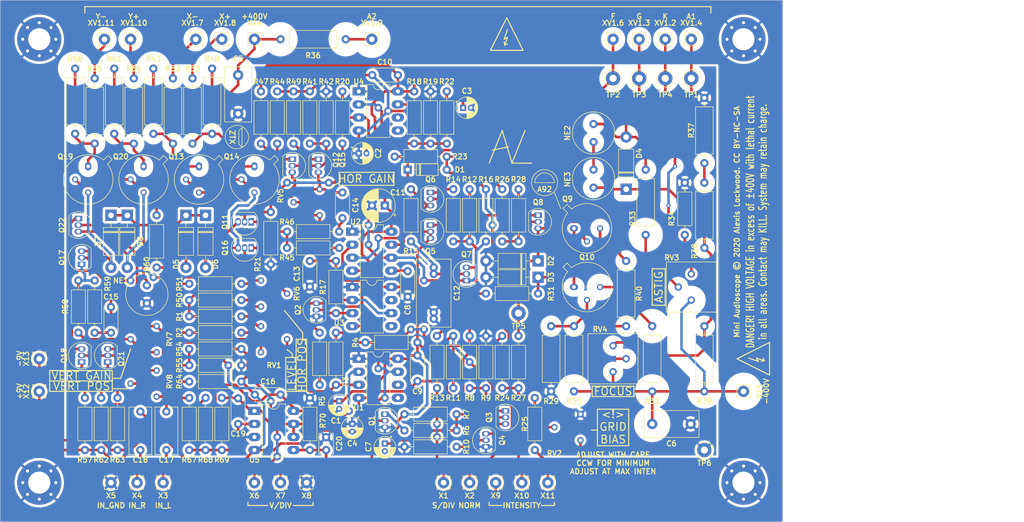
<source format=kicad_pcb>
(kicad_pcb (version 20221018) (generator pcbnew)
  (layers (0 "F.Cu" signal) (31 "B.Cu" signal) (34 "B.Paste" user) (35 "F.Paste" user) (36 "B.SilkS" user "B.Silkscreen") (37 "F.SilkS" user "F.Silkscreen") (38 "B.Mask" user) (39 "F.Mask" user) (44 "Edge.Cuts" user))
  (net 0 "")
  (net 1 "GND")
  (net 2 "+9V")
  (net 3 "-9V")
  (net 4 "+400V")
  (net 5 "-400V")
  (net 6 "/GAIN_OUT")
  (net 7 "/GAIN_IN")
  (net 8 "Net-(D2-Pad1)")
  (net 9 "/G")
  (net 10 "/K")
  (net 11 "Net-(D5-Pad2)")
  (net 12 "/~{BLANK}")
  (net 13 "/Sweep/SWEEP_EN")
  (net 14 "Net-(Q1-Pad2)")
  (net 15 "/OUT")
  (net 16 "Net-(Q5-Pad1)")
  (net 17 "Net-(Q5-Pad2)")
  (net 18 "Net-(Q11-Pad1)")
  (net 19 "/X")
  (net 20 "Net-(Q12-Pad1)")
  (net 21 "Net-(Q12-Pad2)")
  (net 22 "Net-(Q13-Pad2)")
  (net 23 "Net-(Q15-Pad1)")
  (net 24 "Net-(Q16-Pad2)")
  (net 25 "Net-(Q17-Pad1)")
  (net 26 "/Sweep/~{TRIG}")
  (net 27 "/~{NORM}")
  (net 28 "Net-(Q21-Pad1)")
  (net 29 "/INTEN_W")
  (net 30 "/INTEN_B")
  (net 31 "/F")
  (net 32 "Net-(R25-Pad2)")
  (net 33 "Net-(R34-Pad2)")
  (net 34 "Net-(R51-Pad2)")
  (net 35 "/Sweep/AUTO_TRIGGER")
  (net 36 "/SLOPE")
  (net 37 "/A1")
  (net 38 "/L")
  (net 39 "/R")
  (net 40 "/A2")
  (net 41 "/DEFLY-")
  (net 42 "/DEFLY+")
  (net 43 "/DEFLX-")
  (net 44 "/DEFLX+")
  (net 45 "/Vert Defl/DEFL_INT-")
  (net 46 "/Vert Defl/DEFL_INT+")
  (net 47 "/Horiz Defl/DEFL_INT-")
  (net 48 "/Horiz Defl/DEFL_INT+")
  (net 49 "/CLAMP")
  (net 50 "/CRT Bias/NC250_2")
  (net 51 "/CRT Bias/NC250_3")
  (net 52 "/CRT Bias/NC250_1")
  (net 53 "/CRT Bias/NC400_3")
  (net 54 "/CRT Bias/NC250_4")
  (net 55 "/CRT Bias/NC250_5")
  (net 56 "Net-(C7-Pad1)")
  (net 57 "Net-(C8-Pad2)")
  (net 58 "Net-(C12-Pad1)")
  (net 59 "Net-(C13-Pad1)")
  (net 60 "Net-(C14-Pad2)")
  (net 61 "Net-(C14-Pad1)")
  (net 62 "Net-(C15-Pad2)")
  (net 63 "Net-(C15-Pad1)")
  (net 64 "Net-(C17-Pad2)")
  (net 65 "Net-(C18-Pad2)")
  (net 66 "Net-(C19-Pad1)")
  (net 67 "Net-(D3-Pad1)")
  (net 68 "Net-(D6-Pad2)")
  (net 69 "Net-(D7-Pad2)")
  (net 70 "Net-(D8-Pad2)")
  (net 71 "Net-(Q1-Pad1)")
  (net 72 "Net-(Q3-Pad3)")
  (net 73 "Net-(Q3-Pad1)")
  (net 74 "Net-(Q6-Pad1)")
  (net 75 "Net-(Q6-Pad3)")
  (net 76 "Net-(Q7-Pad1)")
  (net 77 "Net-(Q8-Pad2)")
  (net 78 "Net-(Q18-Pad2)")
  (net 79 "Net-(Q18-Pad1)")
  (net 80 "Net-(Q19-Pad2)")
  (net 81 "Net-(Q22-Pad2)")
  (net 82 "Net-(R1-Pad1)")
  (net 83 "Net-(R2-Pad2)")
  (net 84 "Net-(R3-Pad1)")
  (net 85 "Net-(R18-Pad2)")
  (net 86 "Net-(R45-Pad2)")
  (net 87 "Net-(R50-Pad1)")
  (net 88 "Net-(R58-Pad2)")
  (net 89 "Net-(R63-Pad1)")
  (net 90 "Net-(R64-Pad2)")
  (net 91 "Net-(U1-Pad5)")
  (net 92 "Net-(U1-Pad6)")
  (net 93 "Net-(U3-Pad5)")
  (net 94 "Net-(U3-Pad7)")
  (net 95 "Net-(U4-Pad5)")
  (net 96 "Net-(U4-Pad6)")
  (footprint "MountingHole:MountingHole_4.3mm_M4_Pad_Via" (layer "F.Cu") (at 170.18 33.02)
    (fp_text reference "H4" hide)
    (fp_text value "GND")
  )
  (footprint "Resistor_THT:R_Axial_DIN0207_L6.3mm_D2.5mm_P10.16mm_Horizontal" (layer "F.Cu") (at 123.19 90.805 -90)
    (fp_text reference "R24")
    (fp_text value "470k")
  )
  (footprint "Connector_Pin:Pin_D1.1mm_L8.5mm_W2.5mm_FlatFork" (layer "F.Cu") (at 52.07 119.38)
    (fp_text reference "X4")
    (fp_text value "R")
  )
  (footprint "Resistor_THT:R_Axial_DIN0207_L6.3mm_D2.5mm_P10.16mm_Horizontal" (layer "F.Cu") (at 40.64 80.01 -90)
    (fp_text reference "R58")
    (fp_text value "1k5")
  )
  (footprint "Capacitor_THT:C_Radial_D8.0mm_H11.5mm_P3.50mm" (layer "F.Cu") (at 53.975 84.455 90)
    (fp_text reference "NE1")
    (fp_text value "A9A")
  )
  (footprint "Resistor_THT:R_Axial_DIN0207_L6.3mm_D2.5mm_P10.16mm_Horizontal" (layer "F.Cu") (at 92.075 43.18 -90)
    (fp_text reference "R20")
    (fp_text value "10k")
  )
  (footprint "TestPoint:TestPoint_Loop_D2.60mm_Drill1.4mm_Beaded" (layer "F.Cu") (at 160.02 40.64)
    (fp_text reference "TP1")
    (fp_text value "V(A1)")
  )
  (footprint "Resistor_THT:R_Axial_DIN0207_L6.3mm_D2.5mm_P10.16mm_Horizontal" (layer "F.Cu") (at 81.28 70.485)
    (fp_text reference "R46")
    (fp_text value "DNP")
  )
  (footprint "Resistor_THT:R_Axial_DIN0309_L9.0mm_D3.2mm_P12.70mm_Horizontal" (layer "F.Cu") (at 43.815 53.34 90)
    (fp_text reference "R65")
    (fp_text value "10k/HW")
  )
  (footprint "Capacitor_THT:C_Rect_L9.0mm_W4.2mm_P7.50mm_MKT" (layer "F.Cu") (at 57.785 113.03 90)
    (fp_text reference "C17")
    (fp_text value "220n")
  )
  (footprint "Resistor_THT:R_Axial_DIN0207_L6.3mm_D2.5mm_P10.16mm_Horizontal" (layer "F.Cu") (at 62.23 102.87 -90)
    (fp_text reference "R67")
    (fp_text value "100k")
  )
  (footprint "mini-audioscope:stock_pot" (layer "F.Cu") (at 55.88 102.616)
    (fp_text reference "RV8")
    (fp_text value "2k")
  )
  (footprint "Resistor_THT:R_Axial_DIN0309_L9.0mm_D3.2mm_P12.70mm_Horizontal" (layer "F.Cu") (at 55.245 38.735 -90)
    (fp_text reference "R43")
    (fp_text value "220k/HW")
  )
  (footprint "Package_TO_SOT_THT:TO-92_Inline" (layer "F.Cu") (at 41.275 76.835 90)
    (fp_text reference "Q17")
    (fp_text value "2N5551")
  )
  (footprint "Connector_Pin:Pin_D1.1mm_L8.5mm_W2.5mm_FlatFork" (layer "F.Cu") (at 45.72 33.02)
    (fp_text reference "XV1.11")
    (fp_text value "V-")
  )
  (footprint "Capacitor_THT:CP_Radial_D4.0mm_P1.50mm" (layer "F.Cu") (at 95.25 55.245)
    (fp_text reference "C2")
    (fp_text value "33µ")
  )
  (footprint "Diode_THT:D_DO-41_SOD81_P10.16mm_Horizontal" (layer "F.Cu") (at 130.175 79.375 180)
    (fp_text reference "D3")
    (fp_text value "1N4007")
  )
  (footprint "Capacitor_THT:C_Radial_D8.0mm_H11.5mm_P3.50mm" (layer "F.Cu") (at 140.97 58.42 -90)
    (fp_text reference "NE3")
    (fp_text value "A9A")
  )
  (footprint "Package_DIP:DIP-8_W7.62mm_LongPads" (layer "F.Cu") (at 95.25 95.25)
    (fp_text reference "U1")
    (fp_text value "LM311")
  )
  (footprint "Resistor_THT:R_Axial_DIN0207_L6.3mm_D2.5mm_P10.16mm_Horizontal" (layer "F.Cu") (at 65.405 102.87 -90)
    (fp_text reference "R68")
    (fp_text value "100k")
  )
  (footprint "Resistor_THT:R_Axial_DIN0207_L6.3mm_D2.5mm_P10.16mm_Horizontal" (layer "F.Cu") (at 72.39 93.345 180)
    (fp_text reference "R54")
    (fp_text value "10k")
  )
  (footprint "Connector_Pin:Pin_D1.1mm_L8.5mm_W2.5mm_FlatFork" (layer "F.Cu") (at 33.02 101.6)
    (fp_text reference "X12")
    (fp_text value "+9")
  )
  (footprint "Resistor_THT:R_Axial_DIN0207_L6.3mm_D2.5mm_P10.16mm_Horizontal" (layer "F.Cu") (at 120.015 100.965 90)
    (fp_text reference "R9")
    (fp_text value "22k")
  )
  (footprint "mini-audioscope:stock_pot" (layer "F.Cu") (at 87.63 67.31)
    (fp_text reference "RV5")
    (fp_text value "5k")
  )
  (footprint "TestPoint:TestPoint_Loop_D2.60mm_Drill1.4mm_Beaded" (layer "F.Cu") (at 154.94 40.64)
    (fp_text reference "TP4")
    (fp_text value "V(K)")
  )
  (footprint "Resistor_THT:R_Axial_DIN0207_L6.3mm_D2.5mm_P10.16mm_Horizontal" (layer "F.Cu") (at 68.58 113.03 90)
    (fp_text reference "R69")
    (fp_text value "100k")
  )
  (footprint "Capacitor_THT:C_Disc_D3.8mm_W2.6mm_P2.50mm" (layer "F.Cu") (at 88.9 110.53 -90)
    (fp_text reference "C20")
    (fp_text value "22p")
  )
  (footprint "Resistor_THT:R_Axial_DIN0207_L6.3mm_D2.5mm_P10.16mm_Horizontal" (layer "F.Cu") (at 126.365 100.965 90)
    (fp_text reference "R27")
    (fp_text value "10k")
  )
  (footprint "Diode_THT:D_DO-41_SOD81_P10.16mm_Horizontal" (layer "F.Cu") (at 130.175 76.2 180)
    (fp_text reference "D2")
    (fp_text value "1N4007")
  )
  (footprint "Package_TO_SOT_THT:TO-92_Inline" (layer "F.Cu") (at 109.22 69.215 -90)
    (fp_text reference "Q5")
    (fp_text value "2N3906")
  )
  (footprint "Resistor_THT:R_Axial_DIN0309_L9.0mm_D3.2mm_P12.70mm_Horizontal" (layer "F.Cu") (at 162.56 88.9 -90)
    (fp_text reference "R39")
    (fp_text value "220k/HW")
  )
  (footprint "Connector_Pin:Pin_D1.1mm_L8.5mm_W2.5mm_FlatFork" (layer "F.Cu") (at 144.78 33.02)
    (fp_text reference "XV1.6")
    (fp_text value "F")
  )
  (footprint "Connector_Pin:Pin_D1.1mm_L8.5mm_W2.5mm_FlatFork" (layer "F.Cu") (at 50.8 33.02)
    (fp_text reference "XV1.10")
    (fp_text value "V+")
  )
  (footprint "Resistor_THT:R_Axial_DIN0207_L6.3mm_D2.5mm_P10.16mm_Horizontal" (layer "F.Cu") (at 106.68 92.075 180)
    (fp_text reference "R4")
    (fp_text value "10k")
  )
  (footprint "Connector_Pin:Pin_D1.1mm_L8.5mm_W2.5mm_FlatFork" (layer "F.Cu") (at 33.02 95.25)
    (fp_text reference "X13")
    (fp_text value "-9")
  )
  (footprint "Capacitor_THT:C_Rect_L9.0mm_W4.2mm_P7.50mm_MKT" (layer "F.Cu") (at 52.705 113.03 90)
    (fp_text reference "C18")
    (fp_text value "220n")
  )
  (footprint "Connector_Pin:Pin_D1.1mm_L8.5mm_W2.5mm_FlatFork" (layer "F.Cu") (at 68.58 33.02)
    (fp_text reference "XV1.8")
    (fp_text value "X+")
  )
  (footprint "Connector_Pin:Pin_D1.1mm_L8.5mm_W2.5mm_FlatFork" (layer "F.Cu") (at 111.76 119.38)
    (fp_text reference "X1")
    (fp_text value "S/DIV")
  )
  (footprint "Capacitor_THT:C_Disc_D10.5mm_W5.0mm_P7.50mm" (layer "F.Cu") (at 152.4 107.95)
    (fp_text reference "C6")
    (fp_text value "22n")
  )
  (footprint "Package_TO_SOT_THT:TO-92_Inline" (layer "F.Cu") (at 82.296 56.388 -90)
    (fp_text reference "Q12")
    (fp_text value "2N3904")
  )
  (footprint "Diode_THT:D_DO-41_SOD81_P10.16mm_Horizontal" (layer "F.Cu") (at 50.165 67.31 -90)
    (fp_text reference "D8")
    (fp_text value "1N4007")
  )
  (footprint "Connector_Pin:Pin_D1.1mm_L8.5mm_W2.5mm_FlatFork" (layer "F.Cu") (at 57.15 119.38)
    (fp_text reference "X3")
    (fp_text value "L")
  )
  (footprint "Diode_THT:D_DO-41_SOD81_P10.16mm_Horizontal" (layer "F.Cu") (at 46.99 67.31 -90)
    (fp_text reference "D7")
    (fp_text value "1N4007")
  )
  (footprint "Capacitor_THT:C_Disc_D4.7mm_W2.5mm_P5.00mm" (layer "F.Cu") (at 75.01 102.235)
    (fp_text reference "C16")
    (fp_text value "100n")
  )
  (footprint "Resistor_THT:R_Axial_DIN0309_L9.0mm_D3.2mm_P12.70mm_Horizontal" (layer "F.Cu") (at 162.56 44.45 -90)
    (fp_text reference "R37")
    (fp_text value "390k/HW")
  )
  (footprint "Package_TO_SOT_THT:TO-5-3" (layer "F.Cu") (at 137.16 69.85)
    (fp_text reference "Q9")
    (fp_text value "MPSA92")
  )
  (footprint "Resistor_THT:R_Axial_DIN0309_L9.0mm_D3.2mm_P12.70mm_Horizontal" (layer "F.Cu") (at 59.055 53.34 90)
    (fp_text reference "R52")
    (fp_text value "10k/HW")
  )
  (footprint "Resistor_THT:R_Axial_DIN0207_L6.3mm_D2.5mm_P10.16mm_Horizontal" (layer "F.Cu") (at 129.54 113.03 90)
    (fp_text reference "R25")
    (fp_text value "1k")
  )
  (footprint "Capacitor_THT:C_Disc_D4.7mm_W2.5mm_P5.00mm" (layer "F.Cu") (at 104.775 83.185 90)
    (fp_text reference "C8")
    (fp_text value "10n")
  )
  (footprint "Resistor_THT:R_Axial_DIN0207_L6.3mm_D2.5mm_P10.16mm_Horizontal" (layer "F.Cu") (at 48.26 102.87 -90)
    (fp_text reference "R63")
    (fp_text value "8k2")
  )
  (footprint "Resistor_THT:R_Axial_DIN0309_L9.0mm_D3.2mm_P12.70mm_Horizontal" (layer "F.Cu") (at 40.005 38.735 -90)
    (fp_text reference "R56")
    (fp_text value "220k/HW")
  )
  (footprint "Connector_Pin:Pin_D1.1mm_L8.5mm_W2.5mm_FlatFork" (layer "F.Cu") (at 116.84 119.38)
    (fp_text reference "X2")
    (fp_text value "NORM")
  )
  (footprint "Capacitor_THT:CP_Radial_D4.0mm_P1.50mm" (layer "F.Cu") (at 93.98 107.95 -90)
    (fp_text reference "C4")
    (fp_text value "33µ")
  )
  (footprint "Capacitor_THT:CP_Radial_D4.0mm_P1.50mm" (layer "F.Cu") (at 115.57 46.355)
    (fp_text reference "C3")
    (fp_text value "33µ")
  )
  (footprint "Capacitor_THT:CP_Radial_D6.3mm_P2.50mm" (layer "F.Cu") (at 100.33 65.405 180)
    (fp_text reference "C11")
    (fp_text value "47µ")
  )
  (footprint "Connector_Pin:Pin_D1.1mm_L8.5mm_W2.5mm_FlatFork" (layer "F.Cu") (at 46.99 119.38)
    (fp_text reference "X5")
    (fp_text value "G")
  )
  (footprint "Capacitor_THT:C_Disc_D4.7mm_W2.5mm_P5.00mm" (layer "F.Cu") (at 71.755 107.95 90)
    (fp_text reference "C19")
    (fp_text value "47p")
  )
  (footprint "Package_TO_SOT_THT:TO-92_Inline" (layer "F.Cu") (at 74.295 73.66 180)
    (fp_text reference "Q16")
    (fp_text value "2N5551")
  )
  (footprint "Resistor_THT:R_Axial_DIN0207_L6.3mm_D2.5mm_P10.16mm_Horizontal" (layer "F.Cu") (at 102.235 55.88)
    (fp_text reference "R23")
    (fp_text value "10k")
  )
  (footprint "Resistor_THT:R_Axial_DIN0207_L6.3mm_D2.5mm_P10.16mm_Horizontal" (layer "F.Cu") (at 62.23 80.645)
    (fp_text reference "R51")
    (fp_text value "8k2")
  )
  (footprint "Package_TO_SOT_THT:TO-92_Inline" (layer "F.Cu") (at 109.22 62.865 -90)
    (fp_text reference "Q6")
    (fp_text value "2N3906")
  )
  (footprint "Resistor_THT:R_Axial_DIN0309_L9.0mm_D3.2mm_P12.70mm_Horizontal" (layer "F.Cu") (at 132.715 101.6 90)
    (fp_text reference "R29")
    (fp_text value "220k/HW")
  )
  (footprint "Capacitor_THT:CP_Radial_D4.0mm_P1.50mm" (layer "F.Cu") (at 100.33 111.76 -90)
    (fp_text reference "C7")
    (fp_text value "3µ3")
  )
  (footprint "Resistor_THT:R_Axial_DIN0309_L9.0mm_D3.2mm_P12.70mm_Horizontal" (layer "F.Cu") (at 162.56 60.96 -90)
    (fp_text reference "R38")
    (fp_text value "390k/HW")
  )
  (footprint "Resistor_THT:R_Axial_DIN0207_L6.3mm_D2.5mm_P10.16mm_Horizontal" (layer "F.Cu") (at 45.085 102.87 -90)
    (fp_text reference "R62")
    (fp_text value "8k2")
  )
  (footprint "Resistor_THT:R_Axial_DIN0207_L6.3mm_D2.5mm_P10.16mm_Horizontal" (layer "F.Cu") (at 72.39 86.995 180)
    (fp_text reference "R1")
    (fp_text value "27k")
  )
  (footprint "Diode_THT:D_DO-35_SOD27_P7.62mm_Horizontal" (layer "F.Cu") (at 104.775 58.42)
    (fp_text reference "D1")
    (fp_text value "1N4148")
  )
  (footprint "Connector_Pin:Pin_D1.1mm_L8.5mm_W2.5mm_FlatFork" (layer "F.Cu") (at 74.93 119.38)
    (fp_text reference "X6")
    (fp_text value "G+")
  )
  (footprint "Resistor_THT:R_Axial_DIN0207_L6.3mm_D2.5mm_P10.16mm_Horizontal" (layer "F.Cu") (at 43.815 80.01 -90)
    (fp_text reference "R59")
    (fp_text value "DNP")
  )
  (footprint "TestPoint:TestPoint_Loop_D2.60mm_Drill1.4mm_Beaded" (layer "F.Cu") (at 162.56 113.03)
    (fp_text reference "TP6")
    (fp_text value "GND")
  )
  (footprint "TestPoint:TestPoint_Loop_D2.60mm_Drill1.4mm_Beaded" (layer "F.Cu") (at 149.86 40.64)
    (fp_text reference "TP3")
    (fp_text value "V(G)")
  )
  (footprint "Package_TO_SOT_THT:TO-92_Inline" (layer "F.Cu") (at 74.295 68.58 180)
    (fp_text reference "Q11")
    (fp_text value "2N5551")
  )
  (footprint "Capacitor_THT:C_Rect_L13.0mm_W6.5mm_P7.50mm_P10.00mm" (layer "F.Cu") (at 109.855 77.47 -90)
    (fp_text reference "C12")
    (fp_text value "470n")
  )
  (footprint "Connector_Pin:Pin_D1.1mm_L8.5mm_W2.5mm_FlatFork" (layer "F.Cu") (at 80.01 119.38)
    (fp_text reference "X7")
    (fp_text value "GW")
  )
  (footprint "Package_DIP:DIP-8_W7.62mm_LongPads" (layer "F.Cu") (at 95.25 43.18)
    (fp_text reference "U4")
    (fp_text value "LM311")
  )
  (footprint "Resistor_THT:R_Axial_DIN0207_L6.3mm_D2.5mm_P10.16mm_Horizontal" (layer "F.Cu") (at 82.55 53.34 90)
    (fp_text reference "R49")
    (fp_text value "8k2")
  )
  (footprint "Diode_THT:D_DO-41_SOD81_P10.16mm_Horizontal" (layer "F.Cu") (at 61.595 67.31 -90)
    (fp_text reference "D5")
    (fp_text value "1N4007")
  )
  (footprint "Resistor_THT:R_Axial_DIN0207_L6.3mm_D2.5mm_P10.16mm_Horizontal" (layer "F.Cu") (at 79.375 53.34 90)
    (fp_text reference "R44")
    (fp_text value "8k2")
  )
  (footprint "Package_TO_SOT_THT:TO-92_Inline" (layer "F.Cu") (at 120.015 112.395 90)
    (fp_text reference "Q4")
    (fp_text value "2N3904")
  )
  (footprint "Connector_Pin:Pin_D1.1mm_L8.5mm_W2.5mm_FlatFork" (layer "F.Cu") (at 170.18 101.6)
    (fp_text reference "X15")
    (fp_text value "-400")
  )
  (footprint "Resistor_THT:R_Axial_DIN0207_L6.3mm_D2.5mm_P10.16mm_Horizontal" (layer "F.Cu") (at 85.725 43.18 -90)
    (fp_text reference "R41")
    (fp_text value "10k")
  )
  (footprint "mini-audioscope:stock_pot" (layer "F.Cu") (at 76.2 80.01 180)
    (fp_text reference "RV6")
    (fp_text value "2k")
  )
  (footprint "Resistor_THT:R_Axial_DIN0207_L6.3mm_D2.5mm_P10.16mm_Horizontal" (layer "F.Cu") (at 76.2 43.18 -90)
    (fp_text reference "R47")
    (fp_text value "10k")
  )
  (footprint "Resistor_THT:R_Axial_DIN0207_L6.3mm_D2.5mm_P10.16mm_Horizontal" (layer "F.Cu") (at 62.23 96.52)
    (fp_text reference "R55")
    (fp_text value "10k")
  )
  (footprint "Package_TO_SOT_THT:TO-92_Inline" (layer "F.Cu") (at 87.376 56.388 -90)
    (fp_text reference "Q15")
    (fp_text value "2N3904")
  )
  (footprint "Resistor_THT:R_Axial_DIN0207_L6.3mm_D2.5mm_P10.16mm_Horizontal" (layer "F.Cu") (at 116.84 90.805 -90)
    (fp_text reference "R8")
    (fp_text value "10k")
  )
  (footprint "Package_TO_SOT_THT:TO-92_Inline" (layer "F.Cu") (at 116.205 80.01 90)
    (fp_text reference "Q7")
    (fp_text value "2N3904")
  )
  (footprint "MountingHole:MountingHole_4.3mm_M4_Pad_Via" (layer "F.Cu") (at 170.18 119.38)
    (fp_text reference "H3" hide)
    (fp_text value "GND")
  )
  (footprint "Capacitor_THT:C_Disc_D4.7mm_W2.5mm_P5.00mm" (layer "F.Cu") (at 106.68 94.615 -90)
    (fp_text reference "C9")
    (fp_text value "100n")
  )
  (footprint "Resistor_THT:R_Axial_DIN0207_L6.3mm_D2.5mm_P10.16mm_Horizontal" (layer "F.Cu") (at 106.045 43.18 -90)
    (fp_text reference "R18")
    (fp_text value "10k")
  )
  (footprint "Resistor_THT:R_Axial_DIN0207_L6.3mm_D2.5mm_P10.16mm_Horizontal" (layer "F.Cu") (at 72.39 83.82 180)
    (fp_text reference "R50")
    (fp_text value "8k2")
  )
  (footprint "Capacitor_THT:C_Disc_D4.7mm_W2.5mm_P5.00mm" (layer "F.Cu") (at 92.075 67.865 90)
    (fp_text reference "C14")
    (fp_text value "DNP")
  )
  (footprint "Resistor_THT:R_Axial_DIN0207_L6.3mm_D2.5mm_P10.16mm_Horizontal" (layer "F.Cu") (at 72.39 99.695 180)
    (fp_text reference "R64")
    (fp_text value "8k2")
  )
  (footprint "Resistor_THT:R_Axial_DIN0207_L6.3mm_D2.5mm_P10.16mm_Horizontal" (layer "F.Cu") (at 87.63 100.33 90)
    (fp_text reference "R5")
    (fp_text value "100k")
  )
  (footprint "Package_TO_SOT_THT:TO-92_Inline" (layer "F.Cu") (at 40.64 67.945 -90)
    (fp_text reference "Q22")
    (fp_text value "2N5551")
  )
  (footprint "Capacitor_THT:C_Disc_D4.7mm_W2.5mm_P5.00mm" (layer "F.Cu") (at 85.725 76.2 -90)
    (fp_text reference "C13")
    (fp_text value "470n")
  )
  (footprint "Resistor_THT:R_Axial_DIN0207_L6.3mm_D2.5mm_P10.16mm_Horizontal" (layer "F.Cu") (at 114.3 109.22 180)
    (fp_text reference "R6")
    (fp_text value "10")
  )
  (footprint "MountingHole:MountingHole_4.3mm_M4_Pad_Via" (layer "F.Cu") (at 33.02 119.38)
    (fp_text reference "H2" hide)
    (fp_text value "GND")
  )
  (footprint "Diode_THT:D_DO-41_SOD81_P10.16mm_Horizontal" (layer "F.Cu") (at 147.32 62.23 90)
    (fp_text reference "D4")
    (fp_text value "1N4007")
  )
  (footprint "Resistor_THT:R_Axial_DIN0309_L9.0mm_D3.2mm_P12.70mm_Horizontal" (layer "F.Cu") (at 137.16 101.6 90)
    (fp_text reference "R30")
    (fp_text value "220k/HW")
  )
  (footprint "Resistor_THT:R_Axial_DIN0207_L6.3mm_D2.5mm_P10.16mm_Horizontal" (layer "F.Cu") (at 78.105 66.675 -90)
    (fp_text reference "R21")
    (fp_text value "2k7")
  )
  (footprint "Resistor_THT:R_Axial_DIN0207_L6.3mm_D2.5mm_P10.16mm_Horizontal" (layer "F.Cu") (at 81.28 73.66)
    (fp_text reference "R45")
    (fp_text value "1k5")
  )
  (footprint "Connector_Pin:Pin_D1.1mm_L8.5mm_W2.5mm_FlatFork" (layer "F.Cu") (at 121.92 119.38)
    (fp_text reference "X9")
    (fp_text value "I+")
  )
  (footprint "mini-audioscope:stock_pot" (layer "F.Cu") (at 138.43 111.125)
    (fp_text reference "RV2")
    (fp_text value "5k")
  )
  (footprint "Connector_Pin:Pin_D1.1mm_L8.5mm_W2.5mm_FlatFork" (layer "F.Cu") (at 154.94 33.02)
    (fp_text reference "XV1.2")
    (fp_text value "K")
  )
  (footprint "Resistor_THT:R_Axial_DIN0207_L6.3mm_D2.5mm_P10.16mm_Horizontal" (layer "F.Cu") (at 113.665 72.39 90)
    (fp_text reference "R14")
    (fp_text value "470")
  )
  (footprint "TestPoint:TestPoint_Loop_D2.60mm_Drill1.4mm_Beaded" (layer "F.Cu") (at 126.365 86.36)
    (fp_text reference "TP5")
    (fp_text value "INTEN")
  )
  (footprint "Connector_Pin:Pin_D1.1mm_L8.5mm_W2.5mm_FlatFork" (layer "F.Cu") (at 127 119.38)
    (fp_text reference "X10")
    (fp_text value "IW")
  )
  (footprint "Resistor_THT:R_Axial_DIN0207_L6.3mm_D2.5mm_P10.16mm_Horizontal" (layer "F.Cu") (at 90.805 86.36 90)
    (fp_text reference "R17")
    (fp_text value "75k")
  )
  (footprint "Capacitor_THT:C_Disc_D4.7mm_W2.5mm_P5.00mm" (layer "F.Cu") (at 102.87 40.005 180)
    (fp_text reference "C10")
    (fp_text value "100n")
  )
  (footprint "Connector_Pin:Pin_D1.1mm_L8.5mm_W2.5mm_FlatFork" (layer "F.Cu") (at 63.5 33.02)
    (fp_text reference "XV1.7")
    (fp_text value "X-")
  )
  (footprint "Resistor_THT:R_Axial_DIN0207_L6.3mm_D2.5mm_P10.16mm_Horizontal" (layer "F.Cu") (at 62.23 90.17)
    (fp_text reference "R2")
    (fp_text value "27k")
  )
  (footprint "Package_TO_SOT_THT:TO-92_Inline" (layer "F.Cu") (at 130.175 67.31 -90)
    (fp_text reference "Q8")
    (fp_text value "2N3906")
  )
  (footprint "Resistor_THT:R_Axial_DIN0207_L6.3mm_D2.5mm_P10.16mm_Horizontal" (layer "F.Cu") (at 109.22 53.34 90)
    (fp_text reference "R19")
    (fp_text value "10k")
  )
  (footprint "Resistor_THT:R_Axial_DIN0207_L6.3mm_D2.5mm_P10.16mm_Horizontal" (layer "F.Cu") (at 90.805 100.33 90)
    (fp_text reference "R3")
    (fp_text value "4M7")
  )
  (footprint "Resistor_THT:R_Axial_DIN0207_L6.3mm_D2.5mm_P10.16mm_Horizontal" (layer "F.Cu") (at 112.395 53.34 90)
    (fp_text reference "R22")
    (fp_text value "4M7")
  )
  (footprint "Resistor_THT:R_Axial_DIN0309_L9.0mm_D3.2mm_P12.70mm_Horizontal" (layer "F.Cu") (at 47.625 38.735 -90)
    (fp_text reference "R61")
    (fp_text value "220k/HW")
  )
  (footprint "Resistor_THT:R_Axial_DIN0309_L9.0mm_D3.2mm_P12.70mm_Horizontal" (layer "F.Cu") (at 152.4 101.6 90)
    (fp_text reference "R32")
    (fp_text value "220k/HW")
  )
  (footprint "Resistor_THT:R_Axial_DIN0207_L6.3mm_D2.5mm_P10.16mm_Horizontal" (layer "F.Cu") (at 116.84 72.39 90)
    (fp_text reference "R12")
    (fp_text value "470")
  )
  (footprint "Capacitor_THT:C_Disc_D4.7mm_W2.5mm_P5.00mm" (layer "F.Cu") (at 46.99 90.17 90)
    (fp_text reference "C15")
    (fp_text value "DNP")
  )
  (footprint "Resistor_THT:R_Axial_DIN0309_L9.0mm_D3.2mm_P12.70mm_Horizontal" (layer "F.Cu") (at 51.435 53.34 90)
    (fp_text reference "R66")
    (fp_text value "10k/HW")
  )
  (footprint "Connector_Pin:Pin_D1.1mm_L8.5mm_W2.5mm_FlatFork" (layer "F.Cu") (at 74.93 33.02)
    (fp_text reference "X14")
    (fp_text value "+400")
  )
  (footprint "Resistor_THT:R_Axial_DIN0207_L6.3mm_D2.5mm_P10.16mm_Horizontal" (layer "F.Cu") (at 114.3 112.395 180)
    (fp_text reference "R10")
    (fp_text value "100k")
  )
  (footprint "Connector_Pin:Pin_D1.1mm_L8.5mm_W2.5mm_FlatFork" (layer "F.Cu") (at 149.86 33.02)
    (fp_text reference "XV1.3")
    (fp_text value "G")
  )
  (footprint "Package_TO_SOT_THT:TO-5-3" (layer "F.Cu") (at 42.545 57.785 -90)
    (fp_text reference "Q19")
    (fp_text value "ZTX458")
  )
  (footprint "Capacitor_THT:CP_Radial_D4.0mm_P1.50mm" (layer "F.Cu") (at 91.44 103.505 -90)
    (fp_text reference "C1")
    (fp_text value "33µ")
  )
  (footprint "Resistor_THT:R_Axial_DIN0207_L6.3mm_D2.5mm_P10.16mm_Horizontal" (layer "F.Cu") (at 55.88 77.47 90)
    (fp_text reference "R60")
    (fp_text value "10k")
  )
  (footprint "Capacitor_THT:C_Radial_D8.0mm_H11.5mm_P3.50mm" (layer "F.Cu") (at 140.97 49.53 -90)
    (fp_text reference "NE2")
    (fp_text value "A9A")
  )
  (footprint "Resistor_THT:R_Axial_DIN0207_L6.3mm_D2.5mm_P10.16mm_Horizontal" (layer "F.Cu") (at 113.665 100.965 90)
    (fp_text reference "R11")
    (fp_text value "10k")
  )
  (footprint "Resistor_THT:R_Axial_DIN0309_L9.0mm_D3.2mm_P12.70mm_Horizontal" (layer "F.Cu") (at 151.13 71.12 90)
    (fp_text reference "R33")
    (fp_text value "100k/HW")
  )
  (footprint "Package_TO_SOT_THT:TO-92_Inline" (layer "F.Cu") (at 100.33 106.045 -90)
    (fp_text reference "Q1")
    (fp_text value "2N3906")
  )
  (footprint "Resistor_THT:R_Axial_DIN0309_L9.0mm_D3.2mm_P12.70mm_Horizontal" (layer "F.Cu") (at 66.675 38.735 -90)
    (fp_text reference "R48")
    (fp_text value "220k/HW")
  )
  (footprint "Resistor_THT:R_Axial_DIN0309_L9.0mm_D3.2mm_P12.70mm_Horizontal" (layer "F.Cu") (at 147.32 88.9 90)
    (fp_text reference "R40")
    (fp_text value "100k/HW")
  )
  (footprint "TestPoint:TestPoint_Loop_D2.60mm_Drill1.4mm_Beaded" (layer "F.Cu") (at 144.78 40.64)
    (fp_text reference "TP2")
    (fp_text value "V(F)")
  )
  (footprint "Resistor_THT:R_Axial_DIN0207_L6.3mm_D2.5mm_P10.16mm_Horizontal" (layer "F.Cu") (at 123.19 62.23 -90)
    (fp_text reference "R26")
    (fp_text value "33k")
  )
  (footprint "Diode_THT:D_DO-41_SOD81_P10.16mm_Horizontal" (layer "F.Cu") (at 65.405 67.31 -90)
    (fp_text reference "D6")
    (fp_text value "1N4007")
  )
  (footprint "Resistor_THT:R_Axial_DIN0207_L6.3mm_D2.5mm_P10.16mm_Horizontal" (layer "F.Cu") (at 105.41 72.39 90)
    (fp_text reference "R15")
    (fp_text value "100")
  )
  (footprint "Resistor_THT:R_Axial_DIN0207_L6.3mm_D2.5mm_P10.16mm_Horizontal" (layer "F.Cu") (at 120.015 72.39 90)
    (fp_text reference "R16")
    (fp_text value "6k8")
  )
  (footprint "MountingHole:MountingHole_4.3mm_M4_Pad_Via" (layer "F.Cu") (at 33.02 33.02)
    (fp_text reference "H1" hide)
    (fp_text value "GND")
  )
  (footprint "Potentiometer_THT:Potentiometer_Bourns_3386P_Vertical" (layer "F.Cu") (at 144.78 97.79)
    (fp_text reference "RV4")
    (fp_text value "1M")
  )
  (footprint "Package_DIP:DIP-8_W7.62mm_LongPads" (layer "F.Cu") (at 93.98 70.485)
    (fp_text reference "U2")
    (fp_text value "NE555P")
  )
  (footprint "Package_TO_SOT_THT:TO-92_Inline" (layer "F.Cu") (at 41.275 95.885 90)
    (fp_text reference "Q18")
    (fp_text value "2N3904")
  )
  (footprint "Resistor_THT:R_Axial_DIN0207_L6.3mm_D2.5mm_P10.16mm_Horizontal" (layer "F.Cu") (at 110.49 90.805 -90)
    (fp_text reference "R13")
    (fp_text value "470")
  )
  (footprint "Resistor_THT:R_Axial_DIN0207_L6.3mm_D2.5mm_P10.16mm_Horizontal" (layer "F.Cu") (at 126.365 62.23 -90)
    (fp_text reference "R28")
    (fp_text value "180k")
  )
  (footprint "Connector_Pin:Pin_D1.1mm_L8.5mm_W2.5mm_FlatFork" (layer "F.Cu") (at 160.02 33.02)
    (fp_text reference "XV1.4")
    (fp_text value "A1")
  )
  (footprint "Package_TO_SOT_THT:TO-5-3" (layer "F.Cu") (at 53.34 57.785 -90)
    (fp_text reference "Q20")
    (fp_text value "ZTX458")
  )
  (footprint "Package_TO_SOT_THT:TO-5-3" (layer "F.Cu") (at 64.135 57.785 -90)
    (fp_text reference "Q13")
    (fp_text value "ZTX458")
  )
  (footprint "Package_DIP:DIP-8_W7.62mm_LongPads" (layer "F.Cu") (at 93.98 81.28)
    (fp_text reference "U3")
    (fp_text value "NE555P")
  )
  (footprint "Connector_Pin:Pin_D1.1mm_L8.5mm_W2.5mm_FlatFork" (layer "F.Cu") (at 132.08 119.38)
    (fp_text reference "X11")
    (fp_text value "I-")
  )
  (footprint "Connector_Pin:Pin_D1.1mm_L8.5mm_W2.5mm_FlatFork" (layer "F.Cu") (at 97.79 33.02)
    (fp_text reference "XV1.9")
    (fp_text value "A2")
  )
  (footprint "Resistor_THT:R_Axial_DIN0207_L6.3mm_D2.5mm_P10.16mm_Horizontal" (layer "F.Cu") (at 104.14 106.045)
    (fp_text reference "R7")
    (fp_text value "100k")
  )
  (footprint "Capacitor_THT:C_Disc_D10.5mm_W5.0mm_P7.50mm" (layer "F.Cu") (at 71.755 40.005 -90)
    (fp_text reference "C5")
    (fp_text value "22n")
  )
  (footprint "Resistor_THT:R_Axial_DIN0309_L9.0mm_D3.2mm_P12.70mm_Horizontal" (layer "F.Cu") (at 80.01 33.02)
    (fp_text reference "R36")
    (fp_text value "10k/HW")
  )
  (footprint "Resistor_THT:R_Axial_DIN0207_L6.3mm_D2.5mm_P10.16mm_Horizontal" (layer "F.Cu") (at 41.91 102.87 -90)
    (fp_text reference "R57")
    (fp_text value "8k2")
  )
  (footprint "Potentiometer_THT:Potentiometer_Bourns_3386P_Vertical" (layer "F.Cu") (at 160.02 78.74 180)
    (fp_text reference "RV3")
    (fp_text value "500k")
  )
  (footprint "Connector_Pin:Pin_D1.1mm_L8.5mm_W2.5mm_FlatFork" (layer "F.Cu") (at 85.09 119.38)
    (fp_text reference "X8")
    (fp_text value "G-")
  )
  (footprint "Package_TO_SOT_THT:TO-92_Inline" (layer "F.Cu") (at 123.825 105.41 -90)
    (fp_text reference "Q3")
    (fp_text value "2N3906")
  )
  (footprint "mini-audioscope:stock_pot" (layer "F.Cu") (at 76.2 88.9 180)
    (fp_text reference "RV1")
    (fp_text value "5k")
  )
  (footprint "Resistor_THT:R_Axial_DIN0309_L9.0mm_D3.2mm_P12.70mm_Horizontal" (layer "F.Cu") (at 62.865 53.34 90)
    (fp_text reference "R53")
    (fp_text value "10k/HW")
  )
  (footprint "Resistor_THT:R_Axial_DIN0207_L6.3mm_D2.5mm_P10.16mm_Horizontal" (layer "F.Cu") (at 158.75 60.96 -90)
    (fp_text reference "R34")
    (fp_text value "180k")
  )
  (footprint "Package_TO_SOT_THT:TO-92_Inline" (layer "F.Cu") (at 86.995 86.995 90)
    (fp_text reference "Q2")
    (fp_text value "2N7000")
  )
  (footprint "Resistor_THT:R_Axial_DIN0207_L6.3mm_D2.5mm_P10.16mm_Horizontal" (layer "F.Cu") (at 85.725 102.87 -90)
    (fp_text reference "R70")
    (fp_text value "1M")
  )
  (footprint "Resistor_THT:R_Axial_DIN0207_L6.3mm_D2.5mm_P10.16mm_Horizontal" (layer "F.Cu") (at 88.9 53.34 90)
    (fp_text reference "R42")
    (fp_text value "10k")
  )
  (footprint "Package_TO_SOT_THT:TO-5-3" (layer "F.Cu") (at 74.93 57.785 -90)
    (fp_text reference "Q14")
    (fp_text value "ZTX458")
  )
  (footprint "mini-audioscope:stock_pot" (layer "F.Cu") (at 55.88 93.98)
    (fp_text reference "RV7")
    (fp_text value "5k")
  )
  (footprint "Resistor_THT:R_Axial_DIN0207_L6.3mm_D2.5mm_P10.16mm_Horizontal" (layer "F.Cu") (at 120.015 82.55)
    (fp_text reference "R31")
    (fp_text value "20k")
  )
  (footprint "Package_TO_SOT_THT:TO-5-3" (layer "F.Cu") (at 137.16 81.28)
    (fp_text reference "Q10")
    (fp_text value "MPSA92")
  )
  (footprint "Package_DIP:DIP-8_W7.62mm_LongPads" (layer "F.Cu") (at 74.93 105.41)
    (fp_text reference "U5")
    (fp_text value "TL072")
  )
  (footprint "Package_TO_SOT_THT:TO-92_Inline" (layer "F.Cu") (at 46.355 95.885 90)
    (fp_text reference "Q21")
    (fp_text value "2N3904")
  )
  (gr_line (start 125.095 57.15) (end 127.635 50.8) (stroke (width 0.2032)) (layer "F.SilkS"))
  (gr_line (start 47.244 101.092) (end 50.165 101.092) (stroke (width 0.2032)) (layer "F.SilkS"))
  (gr_line (start 154.94 77.724) (end 154.94 84.836) (stroke (width 0.2032)) (layer "F.SilkS"))
  (gr_line (start 85.09 91.44) (end 85.09 101.6) (stroke (width 0.2032)) (layer "F.SilkS"))
  (gr_line (start 81.026 94.996) (end 81.026 101.6) (stroke (width 0.2032)) (layer "F.SilkS"))
  (gr_line (start 124.079 28.829) (end 127.254 35.179) (stroke (width 0.2032)) (layer "F.SilkS"))
  (gr_line (start 86.36 123.825) (end 86.36 123.19) (stroke (width 0.2032)) (layer "F.SilkS"))
  (gr_line (start 152.4 77.724) (end 154.94 77.724) (stroke (width 0.2032)) (layer "F.SilkS"))
  (gr_line (start 102.108 58.928) (end 102.108 61.468) (stroke (width 0.2032)) (layer "F.SilkS"))
  (gr_line (start 48.895 99.06) (end 50.8 93.345) (stroke (width 0.2032)) (layer "F.SilkS"))
  (gr_line (start 120.65 123.825) (end 120.65 123.19) (stroke (width 0.2032)) (layer "F.SilkS"))
  (gr_line (start 168.91 95.25) (end 175.26 92.075) (stroke (width 0.2032)) (layer "F.SilkS"))
  (gr_circle (center 71.510723 52.07) (end 72.653723 54.0385) (stroke (width 0.12)) (fill none) (layer "F.SilkS"))
  (gr_line (start 147.828 112.19) (end 141.732 112.19) (stroke (width 0.2032)) (layer "F.SilkS"))
  (gr_line (start 120.904 35.179) (end 124.079 28.829) (stroke (width 0.2032)) (layer "F.SilkS"))
  (gr_line (start 148.844 100.584) (end 148.844 102.616) (stroke (width 0.2032)) (layer "F.SilkS"))
  (gr_line (start 133.35 62.865) (end 134.62 66.04) (stroke (width 0.12)) (layer "F.SilkS"))
  (gr_line (start 123.571 33.02) (end 124.206 32.639) (stroke (width 0.2032)) (layer "F.SilkS"))
  (gr_line (start 35.052 99.568) (end 35.052 97.536) (stroke (width 0.2032)) (layer "F.SilkS"))
  (gr_line (start 141.732 105.078) (end 147.828 105.078) (stroke (width 0.2032)) (layer "F.SilkS"))
  (gr_line (start 123.571 33.528) (end 123.698 34.163) (stroke (width 0.2032)) (layer "F.SilkS"))
  (gr_line (start 47.244 97.536) (end 47.244 99.06) (stroke (width 0.2032)) (layer "F.SilkS"))
  (gr_line (start 127.254 35.179) (end 120.904 35.179) (stroke (width 0.2032)) (layer "F.SilkS"))
  (gr_line (start 73.66 123.825) (end 73.66 123.19) (stroke (width 0.2032)) (layer "F.SilkS"))
  (gr_line (start 77.47 123.825) (end 73.66 123.825) (stroke (width 0.2032)) (layer "F.SilkS"))
  (gr_circle (center 131.445 60.96) (end 133.985 60.96) (stroke (width 0.12)) (fill none) (layer "F.SilkS"))
  (gr_line (start 47.244 101.6) (end 35.052 101.6) (stroke (width 0.2032)) (layer "F.SilkS"))
  (gr_line (start 120.65 57.15) (end 123.19 50.8) (stroke (width 0.2032)) (layer "F.SilkS"))
  (gr_line (start 83.058 94.996) (end 81.026 94.996) (stroke (width 0.2032)) (layer "F.SilkS"))
  (gr_line (start 82.55 123.825) (end 86.36 123.825) (stroke (width 0.2032)) (layer "F.SilkS"))
  (gr_line (start 175.26 92.075) (end 175.26 98.425) (stroke (width 0.2032)) (layer "F.SilkS"))
  (gr_line (start 71.882 50.8635) (end 71.882 53.4035) (stroke (width 0.12)) (layer "F.SilkS"))
  (gr_line (start 41.91 26.67) (end 41.91 27.94) (stroke (width 0.2032)) (layer "F.SilkS"))
  (gr_line (start 91.44 60.96) (end 89.408 61.976) (stroke (width 0.2032)) (layer "F.SilkS"))
  (gr_line (start 147.828 105.078) (end 147.828 112.19) (stroke (width 0.2032)) (layer "F.SilkS"))
  (gr_line (start 35.052 97.536) (end 47.244 97.536) (stroke (width 0.2032)) (layer "F.SilkS"))
  (gr_line (start 148.844 102.616) (end 140.716 102.616) (stroke (width 0.2032)) (layer "F.SilkS"))
  (gr_line (start 124.206 33.909) (end 123.698 34.163) (stroke (width 0.2032)) (layer "F.SilkS"))
  (gr_line (start 47.244 99.06) (end 48.895 99.06) (stroke (width 0.2032)) (layer "F.SilkS"))
  (gr_line (start 175.26 98.425) (end 168.91 95.25) (stroke (width 0.2032)) (layer "F.SilkS"))
  (gr_line (start 123.19 123.825) (end 120.65 123.825) (stroke (width 0.2032)) (layer "F.SilkS"))
  (gr_line (start 140.582 109.142) (end 141.732 109.142) (stroke (width 0.2032)) (layer "F.SilkS"))
  (gr_line (start 72.517 50.2285) (end 71.882 50.8635) (stroke (width 0.12)) (layer "F.SilkS"))
  (gr_arc (start 129.54 60.96) (mid 131.445 59.055) (end 133.35 60.96) (stroke (width 0.12)) (layer "F.SilkS"))
  (gr_line (start 141.732 112.19) (end 141.732 109.142) (stroke (width 0.2032)) (layer "F.SilkS"))
  (gr_line (start 163.83 27.94) (end 163.83 26.67) (stroke (width 0.2032)) (layer "F.SilkS"))
  (gr_line (start 173.99 95.123) (end 174.244 95.631) (stroke (width 0.2032)) (layer "F.SilkS"))
  (gr_line (start 125.095 57.15) (end 128.905 57.15) (stroke (width 0.2032)) (layer "F.SilkS"))
  (gr_line (start 81.026 101.6) (end 83.058 101.6) (stroke (width 0.2032)) (layer "F.SilkS"))
  (gr_line (start 123.19 50.8) (end 125.095 57.15) (stroke (width 0.2032)) (layer "F.SilkS"))
  (gr_line (start 35.052 101.6) (end 35.052 99.568) (stroke (width 0.2032)) (layer "F.SilkS"))
  (gr_line (start 83.058 101.6) (end 83.058 94.996) (stroke (width 0.2032)) (layer "F.SilkS"))
  (gr_line (start 172.72 95.123) (end 174.244 95.631) (stroke (width 0.2032)) (layer "F.SilkS"))
  (gr_line (start 82.296 94.996) (end 82.296 94.234) (stroke (width 0.2032)) (layer "F.SilkS"))
  (gr_line (start 129.54 60.96) (end 133.35 60.96) (stroke (width 0.12)) (layer "F.SilkS"))
  (gr_line (start 91.44 60.96) (end 91.44 58.928) (stroke (width 0.2032)) (layer "F.SilkS"))
  (gr_line (start 47.244 99.568) (end 35.052 99.568) (stroke (width 0.2032)) (layer "F.SilkS"))
  (gr_line (start 83.058 91.44) (end 85.09 91.44) (stroke (width 0.2032)) (layer "F.SilkS"))
  (gr_line (start 72.517 54.0385) (end 72.517 50.2285) (stroke (width 0.12)) (layer "F.SilkS"))
  (gr_line (start 91.44 61.468) (end 91.44 60.96) (stroke (width 0.2032)) (layer "F.SilkS"))
  (gr_line (start 163.83 26.67) (end 41.91 26.67) (stroke (width 0.2032)) (layer "F.SilkS"))
  (gr_line (start 121.285 54.61) (end 124.46 53.975) (stroke (width 0.2032)) (layer "F.SilkS"))
  (gr_line (start 154.94 84.836) (end 152.4 84.836) (stroke (width 0.2032)) (layer "F.SilkS"))
  (gr_line (start 133.35 123.825) (end 133.35 123.19) (stroke (width 0.2032)) (layer "F.SilkS"))
  (gr_line (start 173.609 95.758) (end 174.244 95.631) (stroke (width 0.2032)) (layer "F.SilkS"))
  (gr_line (start 124.206 31.115) (end 123.571 33.02) (stroke (width 0.2032)) (layer "F.SilkS"))
  (gr_line (start 71.882 53.4035) (end 72.517 54.0385) (stroke (width 0.12)) (layer "F.SilkS"))
  (gr_line (start 82.296 94.234) (end 81.28 93.472) (stroke (width 0.2032)) (layer "F.SilkS"))
  (gr_line (start 152.4 84.836) (end 152.4 77.724) (stroke (width 0.2032)) (layer "F.SilkS"))
  (gr_line (start 47.244 99.568) (end 47.244 101.6) (stroke (width 0.2032)) (layer "F.SilkS"))
  (gr_line (start 84.328 91.44) (end 84.328 90.17) (stroke (width 0.2032)) (layer "F.SilkS"))
  (gr_line (start 91.44 58.928) (end 102.108 58.928) (stroke (width 0.2032)) (layer "F.SilkS"))
  (gr_line (start 140.716 100.584) (end 148.844 100.584) (stroke (width 0.2032)) (layer "F.SilkS"))
  (gr_line (start 124.206 32.639) (end 123.698 34.163) (stroke (width 0.2032)) (layer "F.SilkS"))
  (gr_line (start 141.732 109.142) (end 141.732 105.078) (stroke (width 0.2032)) (layer "F.SilkS"))
  (gr_line (start 83.058 94.996) (end 83.058 91.44) (stroke (width 0.2032)) (layer "F.SilkS"))
  (gr_line (start 173.101 95.758) (end 172.72 95.123) (stroke (width 0.2032)) (layer "F.SilkS"))
  (gr_line (start 171.196 95.123) (end 173.101 95.758) (stroke (width 0.2032)) (layer "F.SilkS"))
  (gr_line (start 84.328 90.17) (end 80.772 85.852) (stroke (width 0.2032)) (layer "F.SilkS"))
  (gr_line (start 85.09 101.6) (end 83.058 101.6) (stroke (width 0.2032)) (layer "F.SilkS"))
  (gr_line (start 102.108 61.468) (end 91.44 61.468) (stroke (width 0.2032)) (layer "F.SilkS"))
  (gr_line (start 130.81 123.825) (end 133.35 123.825) (stroke (width 0.2032)) (layer "F.SilkS"))
  (gr_line (start 140.716 102.616) (end 140.716 100.584) (stroke (width 0.2032)) (layer "F.SilkS"))
  (gr_line (start 47.244 99.06) (end 47.244 99.568) (stroke (width 0.2032)) (layer "F.SilkS"))
  (gr_line (start 177.8 127) (end 25.4 127) (stroke (width 0.05)) (layer "Edge.Cuts"))
  (gr_line (start 25.4 25.4) (end 177.8 25.4) (stroke (width 0.05)) (layer "Edge.Cuts"))
  (gr_line (start 25.4 127) (end 25.4 25.4) (stroke (width 0.05)) (layer "Edge.Cuts"))
  (gr_line (start 177.8 25.4) (end 177.8 127) (stroke (width 0.05)) (layer "Edge.Cuts"))
  (gr_text "Y+" (at 51.435 28.575) (layer "F.SilkS") (effects (font (size 1.016 1.016) (thickness 0.2032))))
  (gr_text "X-" (at 62.865 28.575) (layer "F.SilkS") (effects (font (size 1.016 1.016) (thickness 0.2032))))
  (gr_text "ZTX" (at 70.612 52.07 270) (layer "F.SilkS") (effects (font (size 1.016 1.016) (thickness 0.2032))))
  (gr_text "-400V" (at 174.625 101.6 90) (layer "F.SilkS") (effects (font (size 1.016 1.016) (thickness 0.2032))))
  (gr_text "K" (at 154.94 28.575) (layer "F.SilkS") (effects (font (size 1.016 1.016) (thickness 0.2032))))
  (gr_text "A1" (at 160.02 28.575) (layer "F.SilkS") (effects (font (size 1.016 1.016) (thickness 0.2032))))
  (gr_text "IN_R" (at 52.07 123.825) (layer "F.SilkS") (effects (font (size 1.016 1.016) (thickness 0.2032))))
  (gr_text "X+" (at 69.215 28.575) (layer "F.SilkS") (effects (font (size 1.016 1.016) (thickness 0.2032))))
  (gr_text "F" (at 144.78 28.575) (layer "F.SilkS") (effects (font (size 1.016 1.016) (thickness 0.2032))))
  (gr_text "FOCUS" (at 144.78 101.6) (layer "F.SilkS") (effects (font (size 1.524 1.524) (thickness 0.2032))))
  (gr_text "ADJUST WITH CARE\nCCW FOR MINIMUM\nADJUST AT MAX INTEN" (at 144.78 115.57) (layer "F.SilkS") (effects (font (size 1.016 1.016) (thickness 0.2032))))
  (gr_text "HOR POS" (at 84.201 96.52 90) (layer "F.SilkS") (effects (font (size 1.524 1.524) (thickness 0.2032))))
  (gr_text "ASTIG" (at 153.67 81.28 90) (layer "F.SilkS") (effects (font (size 1.524 1.524) (thickness 0.2032))))
  (gr_text "VERT POS" (at 41.275 100.584) (layer "F.SilkS") (effects (font (size 1.524 1.524) (thickness 0.2032))))
  (gr_text "Y-" (at 45.085 28.575) (layer "F.SilkS") (effects (font (size 1.016 1.016) (thickness 0.2032))))
  (gr_text "IN_GND" (at 46.99 123.825) (layer "F.SilkS") (effects (font (size 1.016 1.016) (thickness 0.2032))))
  (gr_text "A92" (at 131.445 62.23) (layer "F.SilkS") (effects (font (size 1.016 1.016) (thickness 0.2032))))
  (gr_text "V/DIV" (at 80.01 123.825) (layer "F.SilkS") (effects (font (size 1.016 1.016) (thickness 0.2032))))
  (gr_text "-9V" (at 29.21 95.25 90) (layer "F.SilkS") (effects (font (size 1.016 1.016) (thickness 0.2032))))
  (gr_text "G" (at 149.86 28.575) (layer "F.SilkS") (effects (font (size 1.016 1.016) (thickness 0.2032))))
  (gr_text "INTENSITY" (at 127 123.825) (layer "F.SilkS") (effects (font (size 1.016 1.016) (thickness 0.2032))))
  (gr_text "LEVEL" (at 82.169 98.298 90) (layer "F.SilkS") (effects (font (size 1.524 1.524) (thickness 0.2032))))
  (gr_text "DANGER! HIGH VOLTAGE in excess of ±400V with lethal current\nin all areas. Contact may KILL. System may retain charge." (at 172.72 68.58 90) (layer "F.SilkS") (effects (font (size 1.524 1.016) (thickness 0.2032))))
  (gr_text "<!>\nGRID\nBIAS" (at 144.78 108.507) (layer "F.SilkS") (effects (font (size 1.524 1.524) (thickness 0.2032))))
  (gr_text "+400V" (at 74.93 28.575) (layer "F.SilkS") (effects (font (size 1.016 1.016) (thickness 0.2032))))
  (gr_text "VERT GAIN" (at 41.275 98.552) (layer "F.SilkS") (effects (font (size 1.524 1.524) (thickness 0.2032))))
  (gr_text "Mini Audioscope © 2020 Alexis Lockwood. CC BY-NC-SA" (at 168.91 68.58 90) (layer "F.SilkS") (effects (font (size 1.016 1.016) (thickness 0.2032))))
  (gr_text "IN_L" (at 57.15 123.825) (layer "F.SilkS") (effects (font (size 1.016 1.016) (thickness 0.2032))))
  (gr_text "HOR GAIN" (at 96.774 60.198) (layer "F.SilkS") (effects (font (size 1.524 1.524) (thickness 0.2032))))
  (gr_text "A2" (at 97.79 28.575) (layer "F.SilkS") (effects (font (size 1.016 1.016) (thickness 0.2032))))
  (gr_text "+9V" (at 29.21 101.6 90) (layer "F.SilkS") (effects (font (size 1.016 1.016) (thickness 0.2032))))
  (segment (start 88.265 105.41) (end 90.17 103.505) (width 0.508) (layer "F.Cu") (net 2))
  (segment (start 102.87 40.005) (end 100.965 38.1) (width 0.508) (layer "F.Cu") (net 2))
  (segment (start 98.425 50.165) (end 98.425 50.8) (width 0.508) (layer "F.Cu") (net 2))
  (segment (start 82.55 105.41) (end 88.265 105.41) (width 0.508) (layer "F.Cu") (net 2))
  (segment (start 92.075 103.505) (end 93.98 101.6) (width 0.508) (layer "F.Cu") (net 2))
  (segment (start 116.84 72.39) (end 116.84 68.58) (width 0.508) (layer "F.Cu") (net 2))
  (segment (start 100.33 43.18) (end 102.87 43.18) (width 0.508) (layer "F.Cu") (net 2))
  (segment (start 138.43 111.125) (end 138.43 118.745) (width 0.508) (layer "F.Cu") (net 2))
  (segment (start 106.68 41.275) (end 113.665 41.275) (width 0.508) (layer "F.Cu") (net 2))
  (segment (start 46.99 113.03) (end 48.26 113.03) (width 0.508) (layer "F.Cu") (net 2))
  (segment (start 74.93 92.71) (end 74.93 98.425) (width 0.508) (layer "F.Cu") (net 2))
  (segment (start 118.11 67.31) (end 117.475 67.945) (width 0.508) (layer "F.Cu") (net 2))
  (segment (start 52.705 109.855) (end 65.405 109.855) (width 0.508) (layer "F.Cu") (net 2))
  (segment (start 98.425 48.895) (end 98.425 48.26) (width 0.508) (layer "F.Cu") (net 2))
  (segment (start 102.87 43.18) (end 106.045 43.18) (width 0.508) (layer "F.Cu") (net 2))
  (segment (start 106.68 94.615) (end 106.68 92.075) (width 0.508) (layer "F.Cu") (net 2))
  (segment (start 65.405 109.855) (end 67.31 107.95) (width 0.508) (layer "F.Cu") (net 2))
  (segment (start 118.11 73.66) (end 116.84 72.39) (width 0.508) (layer "F.Cu") (net 2))
  (segment (start 97.155 101.6) (end 100.33 98.425) (width 0.508) (layer "F.Cu") (net 2))
  (segment (start 68.58 100.33) (end 67.31 101.6) (width 0.508) (layer "F.Cu") (net 2))
  (segment (start 62.23 86.995) (end 66.675 86.995) (width 0.508) (layer "F.Cu") (net 2))
  (segment (start 100.33 96.52) (end 100.33 95.885) (width 0.508) (layer "F.Cu") (net 2))
  (segment (start 64.135 80.01) (end 64.135 81.915) (width 0.508) (layer "F.Cu") (net 2))
  (segment (start 111.125 93.98) (end 111.76 93.98) (width 0.508) (layer "F.Cu") (net 2))
  (segment (start 97.155 101.6) (end 93.98 101.6) (width 0.508) (layer "F.Cu") (net 2))
  (segment (start 90.17 103.505) (end 91.44 103.505) (width 0.508) (layer "F.Cu") (net 2))
  (segment (start 113.665 41.275) (end 115.57 43.18) (width 0.508) (layer "F.Cu") (net 2))
  (segment (start 108.585 93.98) (end 106.68 92.075) (width 0.508) (layer "F.Cu") (net 2))
  (segment (start 49.53 113.03) (end 52.705 109.855) (width 0.508) (layer "F.Cu") (net 2))
  (segment (start 48.26 113.03) (end 49.53 113.03) (width 0.508) (layer "F.Cu") (net 2))
  (segment (start 111.125 93.98) (end 108.585 93.98) (width 0.508) (layer "F.Cu") (net 2))
  (segment (start 33.02 107.315) (end 33.02 101.6) (width 0.508) (layer "F.Cu") (net 2))
  (segment (start 36.83 111.125) (end 33.02 107.315) (width 0.508) (layer "F.Cu") (net 2))
  (segment (start 121.92 123.825) (end 100.965 123.825) (width 0.508) (layer "F.Cu") (net 2))
  (segment (start 62.23 83.82) (end 62.23 86.995) (width 0.508) (layer "F.Cu") (net 2))
  (segment (start 59.69 79.375) (end 63.5 79.375) (width 0.508) (layer "F.Cu") (net 2))
  (segment (start 97.79 111.125) (end 99.06 109.855) (width 0.508) (layer "F.Cu") (net 2))
  (segment (start 74.406543 103.492201) (end 73.025 102.110658) (width 0.508) (layer "F.Cu") (net 2))
  (segment (start 111.76 93.98) (end 113.03 92.71) (width 0.508) (layer "F.Cu") (net 2))
  (segment (start 105.41 81.28) (end 101.6 81.28) (width 0.508) (layer "F.Cu") (net 2))
  (segment (start 101.6 109.855) (end 102.87 108.585) (width 0.508) (layer "F.Cu") (net 2))
  (segment (start 98.425 50.8) (end 98.425 51.435) (width 0.508) (layer "F.Cu") (net 2))
  (segment (start 97.155 70.485) (end 99.06 70.485) (width 0.508) (layer "F.Cu") (net 2))
  (segment (start 102.87 108.585) (end 102.87 107.315) (width 0.508) (layer "F.Cu") (net 2))
  (segment (start 116.84 83.82) (end 116.84 90.805) (width 0.508) (layer "F.Cu") (net 2))
  (segment (start 73.025 102.110658) (end 71.244342 100.33) (width 0.508) (layer "F.Cu") (net 2))
  (segment (start 121.92 123.825) (end 121.92 121.92) (width 0.508) (layer "F.Cu") (net 2))
  (segment (start 126.365 67.31) (end 118.11 67.31) (width 0.508) (layer "F.Cu") (net 2))
  (segment (start 97.79 47.625) (end 97.79 45.72) (width 0.508) (layer "F.Cu") (net 2))
  (segment (start 97.79 76.835) (end 95.885 74.93) (width 0.508) (layer "F.Cu") (net 2))
  (segment (start 63.5 79.375) (end 64.135 80.01) (width 0.508) (layer "F.Cu") (net 2))
  (segment (start 133.35 123.825) (end 121.92 123.825) (width 0.508) (layer "F.Cu") (net 2))
  (segment (start 77.47 38.1) (end 76.2 39.37) (width 0.508) (layer "F.Cu") (net 2))
  (segment (start 64.135 81.915) (end 62.23 83.82) (width 0.508) (layer "F.Cu") (net 2))
  (segment (start 100.33 95.885) (end 100.965 95.25) (width 0.508) (layer "F.Cu") (net 2))
  (segment (start 99.06 70.485) (end 101.6 70.485) (width 0.508) (layer "F.Cu") (net 2))
  (segment (start 102.87 40.005) (end 102.87 43.18) (width 0.508) (layer "F.Cu") (net 2))
  (segment (start 66.675 86.995) (end 71.12 91.44) (width 0.508) (layer "F.Cu") (net 2))
  (segment (start 71.12 91.44) (end 73.66 91.44) (width 0.508) (layer "F.Cu") (net 2))
  (segment (start 113.665 92.71) (end 116.84 92.71) (width 0.508) (layer "F.Cu") (net 2))
  (segment (start 55.88 77.47) (end 57.785 77.47) (width 0.508) (layer "F.Cu") (net 2))
  (segment (start 100.33 98.425) (end 100.33 96.52) (width 0.508) (layer "F.Cu") (net 2))
  (segment (start 36.83 111.125) (end 45.085 111.125) (width 0.508) (layer "F.Cu") (net 2))
  (segment (start 130.175 67.31) (end 126.365 67.31) (width 0.508) (layer "F.Cu") (net 2))
  (segment (start 97.79 120.65) (end 97.79 111.125) (width 0.508) (layer "F.Cu") (net 2))
  (segment (start 98.425 50.165) (end 98.425 48.895) (width 0.508) (layer "F.Cu") (net 2))
  (segment (start 113.03 92.71) (end 113.665 92.71) (width 0.508) (layer "F.Cu") (net 2))
  (segment (start 95.885 74.93) (end 95.885 71.755) (width 0.508) (layer "F.Cu") (net 2))
  (segment (start 76.2 39.37) (end 76.2 43.18) (width 0.508) (layer "F.Cu") (net 2))
  (segment (start 103.190605 95.25) (end 104.775 95.25) (width 0.508) (layer "F.Cu") (net 2))
  (segment (start 105.41 94.615) (end 106.68 94.615) (width 0.508) (layer "F.Cu") (net 2))
  (segment (start 57.785 77.47) (end 59.69 79.375) (width 0.508) (layer "F.Cu") (net 2))
  (segment (start 105.41 81.28) (end 106.68 82.55) (width 0.508) (layer "F.Cu") (net 2))
  (segment (start 67.31 107.95) (end 67.31 101.6) (width 0.508) (layer "F.Cu") (net 2))
  (segment (start 95.885 71.755) (end 97.155 70.485) (width 0.508) (layer "F.Cu") (net 2))
  (segment (start 126.365 62.23) (end 126.365 67.31) (width 0.508) (layer "F.Cu") (net 2))
  (segment (start 74.93 99.695) (end 77.47 102.235) (width 0.508) (layer "F.Cu") (net 2))
  (segment (start 118.11 82.55) (end 116.84 83.82) (width 0.508) (layer "F.Cu") (net 2))
  (segment (start 100.33 65.405) (end 101.6 66.675) (width 0.508) (layer "F.Cu") (net 2))
  (segment (start 91.44 103.505) (end 92.075 103.505) (width 0.508) (layer "F.Cu") (net 2))
  (segment (start 45.085 111.125) (end 46.99 113.03) (width 0.508) (layer "F.Cu") (net 2))
  (segment (start 135.255 121.92) (end 133.35 123.825) (width 0.508) (layer "F.Cu") (net 2))
  (segment (start 106.68 92.075) (end 106.68 82.55) (width 0.508) (layer "F.Cu") (net 2))
  (segment (start 113.665 100.965) (end 113.665 92.71) (width 0.508) (layer "F.Cu") (net 2))
  (segment (start 93.98 78.105) (end 97.79 78.105) (width 0.508) (layer "F.Cu") (net 2))
  (segment (start 106.045 43.18) (end 106.045 41.91) (width 0.508) (layer "F.Cu") (net 2))
  (segment (start 121.92 119.38) (end 121.92 121.92) (width 0.508) (layer "F.Cu") (net 2))
  (segment (start 113.665 72.39) (end 116.84 72.39) (width 0.508) (layer "F.Cu") (net 2))
  (segment (start 100.33 53.34) (end 100.33 53.975) (width 0.508) (layer "F.Cu") (net 2))
  (segment (start 101.6 66.675) (end 101.6 70.485) (width 0.508) (layer "F.Cu") (net 2))
  (segment (start 97.79 45.72) (end 100.33 43.18) (width 0.508) (layer "F.Cu") (net 2))
  (segment (start 77.47 102.235) (end 80.01 102.235) (width 0.508) (layer "F.Cu") (net 2))
  (segment (start 116.84 68.58) (end 117.475 67.945) (width 0.508) (layer "F.Cu") (net 2))
  (segment (start 82.55 105.41) (end 82.55 104.775) (width 0.508) (layer "F.Cu") (net 2))
  (segment (start 102.87 107.315) (end 104.14 106.045) (width 0.508) (layer "F.Cu") (net 2))
  (segment (start 120.015 82.55) (end 118.11 82.55) (width 0.508) (layer "F.Cu") (net 2))
  (segment (start 77.47 102.235) (end 76.212799 103.492201) (width 0.508) (layer "F.Cu") (net 2))
  (segment (start 100.965 38.1) (end 77.47 38.1) (width 0.508) (layer "F.Cu") (net 2))
  (segment (start 101.6 81.28) (end 98.425 81.28) (width 0.508) (layer "F.Cu") (net 2))
  (segment (start 118.11 82.55) (end 118.11 77.47) (width 0.508) (layer "F.Cu") (net 2))
  (segment (start 98.425 81.28) (end 97.79 80.645) (width 0.508) (layer "F.Cu") (net 2))
  (segment (start 116.84 90.805) (end 116.84 92.71) (width 0.508) (layer "F.Cu") (net 2))
  (segment (start 97.79 80.645) (end 97.79 78.105) (width 0.508) (layer "F.Cu") (net 2))
  (segment (start 71.244342 100.33) (end 68.58 100.33) (width 0.508) (layer "F.Cu") (net 2))
  (segment (start 98.425 51.435) (end 100.33 53.34) (width 0.508) (layer "F.Cu") (net 2))
  (segment (start 118.11 77.47) (end 118.11 73.66) (width 0.508) (layer "F.Cu") (net 2))
  (segment (start 98.425 48.26) (end 97.79 47.625) (width 0.508) (layer "F.Cu") (net 2))
  (segment (start 100.33 65.405) (end 100.33 53.975) (width 0.508) (layer "F.Cu") (net 2))
  (segment (start 82.55 104.775) (end 80.01 102.235) (width 0.508) (layer "F.Cu") (net 2))
  (segment (start 97.79 78.105) (end 97.79 76.835) (width 0.508) (layer "F.Cu") (net 2))
  (segment (start 100.965 123.825) (end 97.79 120.65) (width 0.508) (layer "F.Cu") (net 2))
  (segment (start 76.212799 103.492201) (end 74.406543 103.492201) (width 0.508) (layer "F.Cu") (net 2))
  (segment (start 73.66 91.44) (end 74.93 92.71) (width 0.508) (layer "F.Cu") (net 2))
  (segment (start 99.06 109.855) (end 101.6 109.855) (width 0.508) (layer "F.Cu") (net 2))
  (segment (start 138.43 118.745) (end 135.255 121.92) (width 0.508) (layer "F.Cu") (net 2))
  (segment (start 116.205 77.47) (end 118.11 77.47) (width 0.508) (layer "F.Cu") (net 2))
  (segment (start 74.93 98.425) (end 74.93 99.695) (width 0.508) (layer "F.Cu") (net 2))
  (segment (start 106.045 41.91) (end 106.68 41.275) (width 0.508) (layer "F.Cu") (net 2))
  (segment (start 115.57 43.18) (end 115.57 46.355) (width 0.508) (layer "F.Cu") (net 2))
  (segment (start 104.775 95.25) (end 105.41 94.615) (width 0.508) (layer "F.Cu") (net 2))
  (segment (start 116.84 92.71) (end 121.285 92.71) (width 0.508) (layer "F.Cu") (net 2))
  (segment (start 100.965 95.25) (end 103.190605 95.25) (width 0.508) (layer "F.Cu") (net 2))
  (segment (start 121.285 92.71) (end 123.19 90.805) (width 0.508) (layer "F.Cu") (net 2))
  (segment (start 108.585 104.14) (end 106.68 106.045) (width 0.508) (layer "B.Cu") (net 2))
  (segment (start 108.585 96.52) (end 108.585 104.14) (width 0.508) (layer "B.Cu") (net 2))
  (segment (start 106.68 94.615) (end 108.585 96.52) (width 0.508) (layer "B.Cu") (net 2))
  (segment (start 106.68 106.045) (end 104.14 106.045) (width 0.508) (layer "B.Cu") (net 2))
  (segment (start 36.195 113.03) (end 30.48 107.315) (width 0.508) (layer "F.Cu") (net 3))
  (segment (start 30.48 100.33) (end 33.02 97.79) (width 0.508) (layer "F.Cu") (net 3))
  (segment (start 72.39 99.695) (end 73.66 98.425) (width 0.508) (layer "F.Cu") (net 3))
  (segment (start 121.939999 74.314999) (end 121.285 73.66) (width 0.508) (layer "F.Cu") (net 3))
  (segment (start 121.285 73.66) (end 121.285 69.215) (width 0.508) (layer "F.Cu") (net 3))
  (segment (start 69.85 93.345) (end 72.39 93.345) (width 0.508) (layer "F.Cu") (net 3))
  (segment (start 100.965 101.6) (end 104.695 101.6) (width 0.508) (layer "F.Cu") (net 3))
  (segment (start 33.02 97.79) (end 33.02 95.25) (width 0.508) (layer "F.Cu") (net 3))
  (segment (start 115.57 101.6) (end 115.57 95.25) (width 0.508) (layer "F.Cu") (net 3))
  (segment (start 52.705 111.125) (end 57.785 111.125) (width 0.508) (layer "F.Cu") (net 3))
  (segment (start 57.785 111.125) (end 61.595 114.935) (width 0.508) (layer "F.Cu") (net 3))
  (segment (start 116.84 93.98) (end 122.555 93.98) (width 0.508) (layer "F.Cu") (net 3))
  (segment (start 124.46 90.17) (end 121.939999 87.649999) (width 0.508) (layer "F.Cu") (net 3))
  (segment (start 90.805 109.22) (end 91.035 109.45) (width 0.508) (layer "F.Cu") (net 3))
  (segment (start 112.395 100.33) (end 112.395 101.6) (width 0.508) (layer "F.Cu") (net 3))
  (segment (start 93.98 109.45) (end 95.02 109.45) (width 0.508) (layer "F.Cu") (net 3))
  (segment (start 60.96 90.17) (end 62.23 90.17) (width 0.508) (layer "F.Cu") (net 3))
  (segment (start 86.995 109.22) (end 89.535 109.22) (width 0.508) (layer "F.Cu") (net 3))
  (segment (start 84.455 111.76) (end 86.995 109.22) (width 0.508) (layer "F.Cu") (net 3))
  (segment (start 121.939999 87.649999) (end 121.939999 74.314999) (width 0.508) (layer "F.Cu") (net 3))
  (segment (start 118.11 60.325) (end 120.015 62.23) (width 0.508) (layer "F.Cu") (net 3))
  (segment (start 110.49 55.88) (end 110.49 59.055) (width 0.508) (layer "F.Cu") (net 3))
  (segment (start 73.66 98.425) (end 73.66 94.615) (width 0.508) (layer "F.Cu") (net 3))
  (segment (start 79.375 43.18) (end 82.55 43.18) (width 0.508) (layer "F.Cu") (net 3))
  (segment (start 60.325 89.535) (end 60.96 90.17) (width 0.508) (layer "F.Cu") (net 3))
  (segment (start 45.085 113.03) (end 46.99 114.935) (width 0.508) (layer "F.Cu") (net 3))
  (segment (start 62.23 80.645) (end 60.96 80.645) (width 0.508) (layer "F.Cu") (net 3))
  (segment (start 100.965 46.99) (end 110.998 46.99) (width 0.508) (layer "F.Cu") (net 3))
  (segment (start 106.68 99.615) (end 111.68 99.615) (width 0.508) (layer "F.Cu") (net 3))
  (segment (start 97.87 40.005) (end 88.9 40.005) (width 0.508) (layer "F.Cu") (net 3))
  (segment (start 82.55 43.18) (end 85.725 43.18) (width 0.508) (layer "F.Cu") (net 3))
  (segment (start 115.57 95.25) (end 116.84 93.98) (width 0.508) (layer "F.Cu") (net 3))
  (segment (start 97.79 102.87) (end 95.25 102.87) (width 0.508) (layer "F.Cu") (net 3))
  (segment (start 45.085 113.03) (end 41.91 113.03) (width 0.508) (layer "F.Cu") (net 3))
  (segment (start 110.998 46.99) (end 114.3 50.292) (width 0.508) (layer "F.Cu") (net 3))
  (segment (start 72.47 99.695) (end 75.01 102.235) (width 0.508) (layer "F.Cu") (net 3))
  (segment (start 91.035 109.45) (end 93.115 109.45) (width 0.508) (layer "F.Cu") (net 3))
  (segment (start 60.325 81.28) (end 60.325 89.535) (width 0.508) (layer "F.Cu") (net 3))
  (segment (start 72.39 99.695) (end 72.47 99.695) (width 0.508) (layer "F.Cu") (net 3))
  (segment (start 73.66 94.615) (end 72.39 93.345) (width 0.508) (layer "F.Cu") (net 3))
  (segment (start 73.025 114.935) (end 74.93 113.03) (width 0.508) (layer "F.Cu") (net 3))
  (segment (start 48.895 114.935) (end 52.705 111.125) (width 0.508) (layer "F.Cu") (net 3))
  (segment (start 60.96 80.645) (end 60.325 81.28) (width 0.508) (layer "F.Cu") (net 3))
  (segment (start 78.74 113.03) (end 80.01 111.76) (width 0.508) (layer "F.Cu") (net 3))
  (segment (start 114.3 102.87) (end 115.57 101.6) (width 0.508) (layer "F.Cu") (net 3))
  (segment (start 96.75 53.745) (end 96.75 55.245) (width 0.508) (layer "F.Cu") (net 3))
  (segment (start 100.965 101.6) (end 99.06 101.6) (width 0.508) (layer "F.Cu") (net 3))
  (segment (start 46.99 114.935) (end 48.895 114.935) (width 0.508) (layer "F.Cu") (net 3))
  (segment (start 111.76 60.325) (end 118.11 60.325) (width 0.508) (layer "F.Cu") (net 3))
  (segment (start 111.68 99.615) (end 112.395 100.33) (width 0.508) (layer "F.Cu") (net 3))
  (segment (start 30.48 107.315) (end 30.48 100.33) (width 0.508) (layer "F.Cu") (net 3))
  (segment (start 110.49 59.055) (end 111.76 60.325) (width 0.508) (layer "F.Cu") (net 3))
  (segment (start 95.25 50.8) (end 95.25 52.245) (width 0.508) (layer "F.Cu") (net 3))
  (segment (start 93.115 109.45) (end 93.98 109.45) (width 0.508) (layer "F.Cu") (net 3))
  (segment (start 99.06 101.6) (end 97.79 102.87) (width 0.508) (layer "F.Cu") (net 3))
  (segment (start 113.665 54.61) (end 111.76 54.61) (width 0.508) (layer "F.Cu") (net 3))
  (segment (start 114.3 50.292) (end 114.3 53.975) (width 0.508) (layer "F.Cu") (net 3))
  (segment (start 124.46 92.075) (end 124.46 90.17) (width 0.508) (layer "F.Cu") (net 3))
  (segment (start 112.395 101.6) (end 113.665 102.87) (width 0.508) (layer "F.Cu") (net 3))
  (segment (start 114.3 53.975) (end 113.665 54.61) (width 0.508) (layer "F.Cu") (net 3))
  (segment (start 95.25 109.22) (end 95.25 102.87) (width 0.508) (layer "F.Cu") (net 3))
  (segment (start 80.01 111.76) (end 84.455 111.76) (width 0.508) (layer "F.Cu") (net 3))
  (segment (start 66.675 90.17) (end 69.85 93.345) (width 0.508) (layer "F.Cu") (net 3))
  (segment (start 95.25 52.245) (end 96.75 53.745) (width 0.508) (layer "F.Cu") (net 3))
  (segment (start 62.23 90.17) (end 66.675 90.17) (width 0.508) (layer "F.Cu") (net 3))
  (segment (start 41.91 113.03) (end 36.195 113.03) (width 0.508) (layer "F.Cu") (net 3))
  (segment (start 122.555 93.98) (end 124.46 92.075) (width 0.508) (layer "F.Cu") (net 3))
  (segment (start 88.9 40.005) (end 85.725 43.18) (width 0.508) (layer "F.Cu") (net 3))
  (segment (start 74.93 113.03) (end 78.74 113.03) (width 0.508) (layer "F.Cu") (net 3))
  (segment (start 104.695 101.6) (end 106.68 99.615) (width 0.508) (layer "F.Cu") (net 3))
  (segment (start 113.665 102.87) (end 114.3 102.87) (width 0.508) (layer "F.Cu") (net 3))
  (segment (start 111.76 54.61) (end 110.49 55.88) (width 0.508) (layer "F.Cu") (net 3))
  (segment (start 95.02 109.45) (end 95.25 109.22) (width 0.508) (layer "F.Cu") (net 3))
  (segment (start 61.595 114.935) (end 73.025 114.935) (width 0.508) (layer "F.Cu") (net 3))
  (segment (start 89.535 109.22) (end 90.805 109.22) (width 0.508) (layer "F.Cu") (net 3))
  (via (at 100.965 46.99) (size 1.524) (drill 0.762) (layers "F.Cu" "B.Cu") (net 3))
  (via (at 121.285 69.215) (size 1.524) (drill 0.762) (layers "F.Cu" "B.Cu") (net 3))
  (segment (start 97.155 50.8) (end 100.965 46.99) (width 0.508) (layer "B.Cu") (net 3))
  (segment (start 95.25 50.8) (end 97.155 50.8) (width 0.508) (layer "B.Cu") (net 3))
  (segment (start 120.015 66.04) (end 120.015 62.23) (width 0.508) (layer "B.Cu") (net 3))
  (segment (start 100.965 46.99) (end 100.965 43.1) (width 0.508) (layer "B.Cu") (net 3))
  (segment (start 121.285 69.215) (end 121.285 67.31) (width 0.508) (layer "B.Cu") (net 3))
  (segment (start 100.965 43.1) (end 99.695 41.83) (width 0.508) (layer "B.Cu") (net 3))
  (segment (start 76.835 111.76) (end 75.565 113.03) (width 0.508) (layer "B.Cu") (net 3))
  (segment (start 121.285 67.31) (end 120.015 66.04) (width 0.508) (layer "B.Cu") (net 3))
  (segment (start 99.695 41.83) (end 97.87 40.005) (width 0.508) (layer "B.Cu") (net 3))
  (segment (start 76.835 104.06) (end 76.835 111.76) (width 0.508) (layer "B.Cu") (net 3))
  (segment (start 75.01 102.235) (end 76.835 104.06) (width 0.508) (layer "B.Cu") (net 3))
  (segment (start 95.885 50.8) (end 95.25 50.8) (width 0.508) (layer "B.Cu") (net 3))
  (segment (start 75.565 113.03) (end 74.93 113.03) (width 0.508) (layer "B.Cu") (net 3))
  (segment (start 71.755 40.005) (end 71.755 41.91) (width 0.508) (layer "F.Cu") (net 4))
  (segment (start 40.005 42.545) (end 41.91 44.45) (width 0.508) (layer "F.Cu") (net 4))
  (segment (start 55.245 38.735) (end 55.245 44.45) (width 0.508) (layer "F.Cu") (net 4))
  (segment (start 55.245 44.45) (end 62.865 44.45) (width 0.508) (layer "F.Cu") (net 4))
  (segment (start 71.755 40.005) (end 71.755 38.1) (width 0.508) (layer "F.Cu") (net 4))
  (segment (start 40.005 38.735) (end 40.005 42.545) (width 0.508) (layer "F.Cu") (net 4))
  (segment (start 62.865 44.45) (end 66.675 44.45) (width 0.508) (layer "F.Cu") (net 4))
  (segment (start 66.675 38.735) (end 66.675 44.45) (width 0.508) (layer "F.Cu") (net 4))
  (segment (start 74.93 33.02) (end 80.01 33.02) (width 0.508) (layer "F.Cu") (net 4))
  (segment (start 71.755 41.91) (end 69.215 44.45) (width 0.508) (layer "F.Cu") (net 4))
  (segment (start 74.93 34.925) (end 74.93 33.02) (width 0.508) (layer "F.Cu") (net 4))
  (segment (start 47.625 44.45) (end 55.245 44.45) (width 0.508) (layer "F.Cu") (net 4))
  (segment (start 41.91 44.45) (end 47.625 44.45) (width 0.508) (layer "F.Cu") (net 4))
  (segment (start 71.755 38.1) (end 74.93 34.925) (width 0.508) (layer "F.Cu") (net 4))
  (segment (start 47.625 38.735) (end 47.625 44.45) (width 0.508) (layer "F.Cu") (net 4))
  (segment (start 69.215 44.45) (end 66.675 44.45) (width 0.508) (layer "F.Cu") (net 4))
  (segment (start 152.4 101.6) (end 152.4 107.95) (width 0.508) (layer "F.Cu") (net 5))
  (segment (start 162.56 101.6) (end 157.48 101.6) (width 0.508) (layer "F.Cu") (net 5))
  (segment (start 137.16 101.6) (end 144.78 101.6) (width 0.508) (layer "F.Cu") (net 5))
  (segment (start 170.18 101.6) (end 162.56 101.6) (width 0.508) (layer "F.Cu") (net 5))
  (segment (start 144.78 101.6) (end 144.78 98.425) (width 0.508) (layer "F.Cu") (net 5))
  (segment (start 152.4 101.6) (end 157.48 101.6) (width 0.508) (layer "F.Cu") (net 5))
  (segment (start 144.78 101.6) (end 152.4 101.6) (width 0.508) (layer "F.Cu") (net 5))
  (segment (start 158.115 93.345) (end 162.56 97.79) (width 0.508) (layer "B.Cu") (net 5))
  (segment (start 162.56 97.79) (end 162.56 101.6) (width 0.508) (layer "B.Cu") (net 5))
  (segment (start 160.02 83.82) (end 158.115 85.725) (width 0.508) (layer "B.Cu") (net 5))
  (segment (start 158.115 85.725) (end 158.115 93.345) (width 0.508) (layer "B.Cu") (net 5))
  (segment (start 71.675 102.87) (end 71.755 102.95) (width 0.508) (layer "F.Cu") (net 6))
  (segment (start 77.47 116.205) (end 79.375 114.3) (width 0.508) (layer "F.Cu") (net 6))
  (segment (start 74.215 105.41) (end 71.755 102.95) (width 0.508) (layer "F.Cu") (net 6))
  (segment (start 68.58 102.87) (end 71.675 102.87) (width 0.508) (layer "F.Cu") (net 6))
  (segment (start 76.835 106.68) (end 76.835 106.045) (width 0.508) (layer "F.Cu") (net 6))
  (segment (start 74.93 105.41) (end 74.215 105.41) (width 0.508) (layer "F.Cu") (net 6))
  (segment (start 79.375 110.49) (end 79.375 109.22) (width 0.508) (layer "F.Cu") (net 6))
  (segment (start 79.375 109.22) (end 76.835 106.68) (width 0.508) (layer "F.Cu") (net 6))
  (segment (start 74.93 119.38) (end 74.93 116.84) (width 0.508) (layer "F.Cu") (net 6))
  (segment (start 74.93 116.84) (end 75.565 116.205) (width 0.508) (layer "F.Cu") (net 6))
  (segment (start 76.835 106.045) (end 76.2 105.41) (width 0.508) (layer "F.Cu") (net 6))
  (segment (start 76.2 105.41) (end 74.93 105.41) (width 0.508) (layer "F.Cu") (net 6))
  (segment (start 75.565 116.205) (end 77.47 116.205) (width 0.508) (layer "F.Cu") (net 6))
  (via (at 79.375 114.3) (size 1.524) (drill 0.762) (layers "F.Cu" "B.Cu") (net 6))
  (via (at 79.375 110.49) (size 1.524) (drill 0.762) (layers "F.Cu" "B.Cu") (net 6))
  (segment (start 79.375 114.3) (end 79.375 110.49) (width 0.508) (layer "B.Cu") (net 6))
  (segment (start 88.9 113.03) (end 88.9 114.935) (width 0.508) (layer "F.Cu") (net 7))
  (segment (start 88.9 114.935) (end 88.265 115.57) (width 0.508) (layer "F.Cu") (net 7))
  (segment (start 81.28 115.57) (end 80.01 116.84) (width 0.508) (layer "F.Cu") (net 7))
  (segment (start 82.55 113.03) (end 85.725 113.03) (width 0.508) (layer "F.Cu") (net 7))
  (segment (start 88.265 115.57) (end 81.28 115.57) (width 0.508) (layer "F.Cu") (net 7))
  (segment (start 80.01 116.84) (end 80.01 119.38) (width 0.508) (layer "F.Cu") (net 7))
  (segment (start 88.9 113.03) (end 85.725 113.03) (width 0.508) (layer "F.Cu") (net 7))
  (segment (start 126.365 90.805) (end 126.365 86.36) (width 0.508) (layer "F.Cu") (net 8))
  (segment (start 134.62 69.85) (end 130.175 69.85) (width 0.508) (layer "F.Cu") (net 8))
  (segment (start 126.365 86.36) (end 126.365 78.105) (width 0.508) (layer "F.Cu") (net 8))
  (segment (start 126.365 78.105) (end 128.27 76.2) (width 0.508) (layer "F.Cu") (net 8))
  (segment (start 130.175 76.2) (end 130.175 69.85) (width 0.508) (layer "F.Cu") (net 8))
  (segment (start 128.27 76.2) (end 130.175 76.2) (width 0.508) (layer "F.Cu") (net 8))
  (segment (start 135.89 68.58) (end 134.62 69.85) (width 0.508) (layer "F.Cu") (net 8))
  (segment (start 139.065 69.215) (end 138.43 68.58) (width 0.508) (layer "F.Cu") (net 8))
  (segment (start 138.43 68.58) (end 135.89 68.58) (width 0.508) (layer "F.Cu") (net 8))
  (segment (start 139.065 71.755) (end 139.065 69.215) (width 0.508) (layer "F.Cu") (net 8))
  (segment (start 139.7 72.39) (end 139.065 71.755) (width 0.508) (layer "F.Cu") (net 8))
  (segment (start 151.13 53.975) (end 149.225 52.07) (width 0.508) (layer "F.Cu") (net 9))
  (segment (start 147.32 52.07) (end 145.415 52.07) (width 0.508) (layer "F.Cu") (net 9))
  (segment (start 151.13 58.42) (end 151.13 53.975) (width 0.508) (layer "F.Cu") (net 9))
  (segment (start 145.415 52.07) (end 142.875 49.53) (width 0.508) (layer "F.Cu") (net 9))
  (segment (start 147.32 48.895) (end 149.86 46.355) (width 0.508) (layer "F.Cu") (net 9))
  (segment (start 149.225 52.07) (end 147.32 52.07) (width 0.508) (layer "F.Cu") (net 9))
  (segment (start 142.875 49.53) (end 140.97 49.53) (width 0.508) (layer "F.Cu") (net 9))
  (segment (start 149.86 40.64) (end 149.86 33.02) (width 0.508) (layer "F.Cu") (net 9))
  (segment (start 149.86 46.355) (end 149.86 40.64) (width 0.508) (layer "F.Cu") (net 9))
  (segment (start 147.32 52.07) (end 147.32 48.895) (width 0.508) (layer "F.Cu") (net 9))
  (segment (start 162.56 73.66) (end 163.83 74.93) (width 0.508) (layer "F.Cu") (net 10))
  (segment (start 154.94 33.02) (end 154.94 40.64) (width 0.508) (layer "F.Cu") (net 10))
  (segment (start 140.97 61.92) (end 143.185 61.92) (width 0.508) (layer "F.Cu") (net 10))
  (segment (start 143.495 62.23) (end 143.185 61.92) (width 0.508) (layer "F.Cu") (net 10))
  (segment (start 163.83 74.93) (end 163.83 87.63) (width 0.508) (layer "F.Cu") (net 10))
  (segment (start 161.29 94.615) (end 162.56 93.345) (width 0.508) (layer "F.Cu") (net 10))
  (segment (start 153.67 48.895) (end 153.67 62.23) (width 0.508) (layer "F.Cu") (net 10))
  (segment (start 151.13 94.615) (end 161.29 94.615) (width 0.508) (layer "F.Cu") (net 10))
  (segment (start 154.94 47.625) (end 153.67 48.895) (width 0.508) (layer "F.Cu") (net 10))
  (segment (start 145.415 92.075) (end 148.59 92.075) (width 0.508) (layer "F.Cu") (net 10))
  (segment (start 163.83 87.63) (end 162.56 88.9) (width 0.508) (layer "F.Cu") (net 10))
  (segment (start 155.575 62.23) (end 153.67 62.23) (width 0.508) (layer "F.Cu") (net 10))
  (segment (start 162.56 73.66) (end 162.56 69.215) (width 0.508) (layer "F.Cu") (net 10))
  (segment (start 162.56 69.215) (end 155.575 62.23) (width 0.508) (layer "F.Cu") (net 10))
  (segment (start 148.59 92.075) (end 151.13 94.615) (width 0.508) (layer "F.Cu") (net 10))
  (segment (start 162.56 93.345) (end 162.56 88.9) (width 0.508) (layer "F.Cu") (net 10))
  (segment (start 153.67 62.23) (end 147.32 62.23) (width 0.508) (layer "F.Cu") (net 10))
  (segment (start 154.94 45.72) (end 154.94 47.625) (width 0.508) (layer "F.Cu") (net 10))
  (segment (start 154.94 40.64) (end 154.94 45.72) (width 0.508) (layer "F.Cu") (net 10))
  (segment (start 144.78 92.71) (end 145.415 92.075) (width 0.508) (layer "F.Cu") (net 10))
  (segment (start 147.32 62.23) (end 143.495 62.23) (width 0.508) (layer "F.Cu") (net 10))
  (segment (start 66.04 62.865) (end 64.135 62.865) (width 0.508) (layer "F.Cu") (net 11))
  (segment (start 67.945 64.77) (end 66.04 62.865) (width 0.508) (layer "F.Cu") (net 11))
  (segment (start 67.945 70.485) (end 63.5 70.485) (width 0.508) (layer "F.Cu") (net 11))
  (segment (start 63.5 70.485) (end 61.595 72.39) (width 0.508) (layer "F.Cu") (net 11))
  (segment (start 61.595 72.39) (end 61.595 77.47) (width 0.508) (layer "F.Cu") (net 11))
  (segment (start 69.85 70.485) (end 67.945 70.485) (width 0.508) (layer "F.Cu") (net 11))
  (segment (start 71.755 68.58) (end 69.85 70.485) (width 0.508) (layer "F.Cu") (net 11))
  (segment (start 67.945 70.485) (end 67.945 64.77) (width 0.508) (layer "F.Cu") (net 11))
  (segment (start 112.395 45.593) (end 111.76 46.228) (width 0.508) (layer "F.Cu") (net 12))
  (segment (start 120.015 59.055) (end 123.19 62.23) (width 0.508) (layer "F.Cu") (net 12))
  (segment (start 115.316 54.406481) (end 113.842481 55.88) (width 0.508) (layer "F.Cu") (net 12))
  (segment (start 112.395 55.88) (end 112.395 58.42) (width 0.508) (layer "F.Cu") (net 12))
  (segment (start 111.252 45.72) (end 111.76 46.228) (width 0.508) (layer "F.Cu") (net 12))
  (segment (start 113.842481 55.88) (end 112.395 55.88) (width 0.508) (layer "F.Cu") (net 12))
  (segment (start 111.76 46.228) (end 115.316 49.784) (width 0.508) (layer "F.Cu") (net 12))
  (segment (start 112.395 43.18) (end 112.395 45.593) (width 0.508) (layer "F.Cu") (net 12))
  (segment (start 115.316 49.784) (end 115.316 54.406481) (width 0.508) (layer "F.Cu") (net 12))
  (segment (start 112.395 58.42) (end 113.03 59.055) (width 0.508) (layer "F.Cu") (net 12))
  (segment (start 113.03 59.055) (end 120.015 59.055) (width 0.508) (layer "F.Cu") (net 12))
  (segment (start 102.87 45.72) (end 111.252 45.72) (width 0.508) (layer "F.Cu") (net 12))
  (segment (start 102.235 55.88) (end 104.14 55.88) (width 0.508) (layer "F.Cu") (net 13))
  (segment (start 103.43999 69.14999) (end 103.43999 71.18501) (width 0.508) (layer "F.Cu") (net 13))
  (segment (start 103.43999 71.18501) (end 102.87 71.755) (width 0.508) (layer "F.Cu") (net 13))
  (segment (start 102.87 64.77) (end 102.87 68.58) (width 0.508) (layer "F.Cu") (net 13))
  (segment (start 102.87 62.23) (end 102.87 64.77) (width 0.508) (layer "F.Cu") (net 13))
  (segment (start 102.87 71.755) (end 99.06 71.755) (width 0.508) (layer "F.Cu") (net 13))
  (segment (start 104.775 58.42) (end 104.775 60.325) (width 0.508) (layer "F.Cu") (net 13))
  (segment (start 104.775 56.515) (end 104.775 58.42) (width 0.508) (layer "F.Cu") (net 13))
  (segment (start 104.14 55.88) (end 104.775 56.515) (width 0.508) (layer "F.Cu") (net 13))
  (segment (start 102.87 68.58) (end 103.43999 69.14999) (width 0.508) (layer "F.Cu") (net 13))
  (segment (start 104.775 60.325) (end 102.87 62.23) (width 0.508) (layer "F.Cu") (net 13))
  (via (at 99.06 71.755) (size 1.524) (drill 0.762) (layers "F.Cu" "B.Cu") (net 13))
  (segment (start 97.155 75.565) (end 93.98 75.565) (width 0.508) (layer "B.Cu") (net 13))
  (segment (start 99.06 71.755) (end 99.06 73.66) (width 0.508) (layer "B.Cu") (net 13))
  (segment (start 99.06 73.66) (end 97.155 75.565) (width 0.508) (layer "B.Cu") (net 13))
  (segment (start 99.06 93.345) (end 97.79 92.075) (width 0.508) (layer "F.Cu") (net 14))
  (segment (start 99.06 97.155) (end 99.06 93.345) (width 0.508) (layer "F.Cu") (net 14))
  (segment (start 92.075 90.17) (end 93.98 92.075) (width 0.508) (layer "F.Cu") (net 14))
  (segment (start 87.63 100.33) (end 87.63 97.79) (width 0.508) (layer "F.Cu") (net 14))
  (segment (start 90.805 90.17) (end 92.075 90.17) (width 0.508) (layer "F.Cu") (net 14))
  (segment (start 100.33 107.315) (end 99.06 107.315) (width 0.508) (layer "F.Cu") (net 14))
  (segment (start 90.805 94.615) (end 90.805 90.17) (width 0.508) (layer "F.Cu") (net 14))
  (segment (start 98.425 106.68) (end 98.425 104.14) (width 0.508) (layer "F.Cu") (net 14))
  (segment (start 87.63 97.79) (end 90.805 94.615) (width 0.508) (layer "F.Cu") (net 14))
  (segment (start 99.695 102.87) (end 100.33 102.87) (width 0.508) (layer "F.Cu") (net 14))
  (segment (start 93.98 92.075) (end 96.52 92.075) (width 0.508) (layer "F.Cu") (net 14))
  (segment (start 99.06 107.315) (end 98.425 106.68) (width 0.508) (layer "F.Cu") (net 14))
  (segment (start 98.425 104.14) (end 99.695 102.87) (width 0.508) (layer "F.Cu") (net 14))
  (segment (start 97.79 92.075) (end 96.52 92.075) (width 0.508) (layer "F.Cu") (net 14))
  (via (at 99.06 97.155) (size 1.524) (drill 0.762) (layers "F.Cu" "B.Cu") (net 14))
  (via (at 100.33 102.87) (size 1.524) (drill 0.762) (layers "F.Cu" "B.Cu") (net 14))
  (segment (start 96.52 92.075) (end 97.155 92.075) (width 0.508) (layer "B.Cu") (net 14))
  (segment (start 100.33 97.155) (end 99.06 97.155) (width 0.508) (layer "B.Cu") (net 14))
  (segment (start 100.33 102.87) (end 100.33 98.425) (width 0.508) (layer "B.Cu") (net 14))
  (segment (start 100.33 98.425) (end 100.965 97.79) (width 0.508) (layer "B.Cu") (net 14))
  (segment (start 100.965 97.79) (end 102.87 97.79) (width 0.508) (layer "B.Cu") (net 14))
  (segment (start 100.965 97.79) (end 100.33 97.155) (width 0.508) (layer "B.Cu") (net 14))
  (segment (start 59.61379 90.09379) (end 61.595 92.075) (width 0.508) (layer "F.Cu") (net 15))
  (segment (start 82.55 107.95) (end 90.805 107.95) (width 0.508) (layer "F.Cu") (net 15))
  (segment (start 41.275 75.565) (end 42.280802 75.565) (width 0.508) (layer "F.Cu") (net 15))
  (segment (start 79.375 107.95) (end 78.105 106.68) (width 0.508) (layer "F.Cu") (net 15))
  (segment (start 90.805 107.95) (end 93.345 105.41) (width 0.508) (layer "F.Cu") (net 15))
  (segment (start 46.725802 80.01) (end 50.8 80.01) (width 0.508) (layer "F.Cu") (net 15))
  (segment (start 78.105 106.68) (end 78.105 103.505) (width 0.508) (layer "F.Cu") (net 15))
  (segment (start 65.405 92.075) (end 69.85 96.52) (width 0.508) (layer "F.Cu") (net 15))
  (segment (start 56.515 79.375) (end 59.61379 82.47379) (width 0.508) (layer "F.Cu") (net 15))
  (segment (start 61.595 92.075) (end 65.405 92.075) (width 0.508) (layer "F.Cu") (net 15))
  (segment (start 42.280802 75.565) (end 46.725802 80.01) (width 0.508) (layer "F.Cu") (net 15))
  (segment (start 82.55 107.95) (end 82.55 110.49) (width 0.508) (layer "F.Cu") (net 15))
  (segment (start 82.55 107.95) (end 79.375 107.95) (width 0.508) (layer "F.Cu") (net 15))
  (segment (start 55.245 79.375) (end 56.515 79.375) (width 0.508) (layer "F.Cu") (net 15))
  (segment (start 59.61379 82.47379) (end 59.61379 90.09379) (width 0.508) (layer "F.Cu") (net 15))
  (via (at 50.8 80.01) (size 1.524) (drill 0.762) (layers "F.Cu" "B.Cu") (net 15))
  (via (at 78.105 103.505) (size 1.524) (drill 0.762) (layers "F.Cu" "B.Cu") (net 15))
  (via (at 55.245 79.375) (size 1.524) (drill 0.762) (layers "F.Cu" "B.Cu") (net 15))
  (via (at 93.345 105.41) (size 1.524) (drill 0.762) (layers "F.Cu" "B.Cu") (net 15))
  (via (at 69.85 96.52) (size 1.524) (drill 0.762) (layers "F.Cu" "B.Cu") (net 15))
  (segment (start 78.105 102.87) (end 76.2 100.965) (width 0.508) (layer "B.Cu") (net 15))
  (segment (start 50.8 79.375) (end 52.07 78.105) (width 0.508) (layer "B.Cu") (net 15))
  (segment (start 69.85 99.695) (end 69.85 96.52) (width 0.508) (layer "B.Cu") (net 15))
  (segment (start 93.345 99.695) (end 93.345 98.425) (width 0.508) (layer "B.Cu") (net 15))
  (segment (start 76.2 100.965) (end 71.12 100.965) (width 0.508) (layer "B.Cu") (net 15))
  (segment (start 53.975 78.105) (end 55.245 79.375) (width 0.508) (layer "B.Cu") (net 15))
  (segment (start 95.25 97.79) (end 93.98 97.79) (width 0.508) (layer "B.Cu") (net 15))
  (segment (start 52.07 78.105) (end 53.975 78.105) (width 0.508) (layer "B.Cu") (net 15))
  (segment (start 93.345 105.41) (end 93.345 99.695) (width 0.508) (layer "B.Cu") (net 15))
  (segment (start 71.12 100.965) (end 69.85 99.695) (width 0.508) (layer "B.Cu") (net 15))
  (segment (start 78.105 103.505) (end 78.105 102.87) (width 0.508) (layer "B.Cu") (net 15))
  (segment (start 93.345 98.425) (end 93.98 97.79) (width 0.508) (layer "B.Cu") (net 15))
  (segment (start 50.8 80.01) (end 50.8 79.375) (width 0.508) (layer "B.Cu") (net 15))
  (segment (start 109.22 69.215) (end 113.665 69.215) (width 0.508) (layer "F.Cu") (net 16))
  (segment (start 116.84 66.04) (end 116.84 62.23) (width 0.508) (layer "F.Cu") (net 16))
  (segment (start 113.665 69.215) (end 116.84 66.04) (width 0.508) (layer "F.Cu") (net 16))
  (segment (start 110.49 64.135) (end 109.22 64.135) (width 0.508) (layer "F.Cu") (net 17))
  (segment (start 107.859999 70.485) (end 107.315 69.940001) (width 0.508) (layer "F.Cu") (net 17))
  (segment (start 111.125 64.77) (end 110.49 64.135) (width 0.508) (layer "F.Cu") (net 17))
  (segment (start 109.22 71.755) (end 106.68 74.295) (width 0.508) (layer "F.Cu") (net 17))
  (segment (start 107.315 68.58) (end 109.22 66.675) (width 0.508) (layer "F.Cu") (net 17))
  (segment (start 109.22 70.485) (end 107.859999 70.485) (width 0.508) (layer "F.Cu") (net 17))
  (segment (start 106.68 80.645) (end 111.76 85.725) (width 0.508) (layer "F.Cu") (net 17))
  (segment (start 109.22 66.675) (end 110.49 66.675) (width 0.508) (layer "F.Cu") (net 17))
  (segment (start 106.68 74.295) (end 106.68 80.645) (width 0.508) (layer "F.Cu") (net 17))
  (segment (start 109.22 70.485) (end 109.22 71.755) (width 0.508) (layer "F.Cu") (net 17))
  (segment (start 107.315 69.940001) (end 107.315 68.58) (width 0.508) (layer "F.Cu") (net 17))
  (segment (start 111.76 85.725) (end 111.76 89.535) (width 0.508) (layer "F.Cu") (net 17))
  (segment (start 110.49 66.675) (end 111.125 66.04) (width 0.508) (layer "F.Cu") (net 17))
  (segment (start 111.76 89.535) (end 110.49 90.805) (width 0.508) (layer "F.Cu") (net 17))
  (segment (start 111.125 66.04) (end 111.125 64.77) (width 0.508) (layer "F.Cu") (net 17))
  (segment (start 77.47 68.58) (end 78.359 69.469) (width 0.508) (layer "F.Cu") (net 18))
  (segment (start 82.804 60.452) (end 82.296 59.944) (width 0.508) (layer "F.Cu") (net 18))
  (segment (start 79.756 68.072) (end 79.756 63.5) (width 0.508) (layer "F.Cu") (net 18))
  (segment (start 82.296 59.944) (end 82.296 58.928) (width 0.508) (layer "F.Cu") (net 18))
  (segment (start 79.375 70.485) (end 81.28 70.485) (width 0.508) (layer "F.Cu") (net 18))
  (segment (start 78.359 69.469) (end 79.756 68.072) (width 0.508) (layer "F.Cu") (net 18))
  (segment (start 74.295 68.58) (end 77.47 68.58) (width 0.508) (layer "F.Cu") (net 18))
  (segment (start 80.772 62.484) (end 81.28 62.484) (width 0.508) (layer "F.Cu") (net 18))
  (segment (start 81.28 62.484) (end 81.788 62.484) (width 0.508) (layer "F.Cu") (net 18))
  (segment (start 81.28 70.485) (end 81.28 73.66) (width 0.508) (layer "F.Cu") (net 18))
  (segment (start 81.788 62.484) (end 82.804 61.468) (width 0.508) (layer "F.Cu") (net 18))
  (segment (start 79.756 63.5) (end 80.772 62.484) (width 0.508) (layer "F.Cu") (net 18))
  (segment (start 78.359 69.469) (end 79.375 70.485) (width 0.508) (layer "F.Cu") (net 18))
  (segment (start 82.804 61.468) (end 82.804 60.452) (width 0.508) (layer "F.Cu") (net 18))
  (segment (start 77.47 66.675) (end 78.105 66.675) (width 0.508) (layer "F.Cu") (net 19))
  (segment (start 78.105 66.675) (end 78.105 64.135) (width 0.508) (layer "F.Cu") (net 19))
  (segment (start 73.025 67.31) (end 73.66 66.675) (width 0.508) (layer "F.Cu") (net 19))
  (segment (start 92.075 59.309) (end 92.075 57.15) (width 0.508) (layer "F.Cu") (net 19))
  (segment (start 92.075 53.34) (end 92.075 57.15) (width 0.508) (layer "F.Cu") (net 19))
  (segment (start 73.66 66.675) (end 77.47 66.675) (width 0.508) (layer "F.Cu") (net 19))
  (segment (start 90.424 60.96) (end 92.075 59.309) (width 0.508) (layer "F.Cu") (net 19))
  (segment (start 78.105 64.135) (end 81.28 60.96) (width 0.508) (layer "F.Cu") (net 19))
  (segment (start 73.025 68.58) (end 73.025 67.31) (width 0.508) (layer "F.Cu") (net 19))
  (segment (start 89.408 60.96) (end 90.424 60.96) (width 0.508) (layer "F.Cu") (net 19))
  (via (at 89.408 60.96) (size 1.524) (drill 0.762) (layers "F.Cu" "B.Cu") (net 19))
  (via (at 81.28 60.96) (size 1.524) (drill 0.762) (layers "F.Cu" "B.Cu") (net 19))
  (segment (start 81.28 60.96) (end 89.408 60.96) (width 0.508) (layer "B.Cu") (net 19))
  (segment (start 82.296 56.388) (end 80.772 56.388) (width 0.508) (layer "F.Cu") (net 20))
  (segment (start 80.772 56.388) (end 79.375 54.991) (width 0.508) (layer "F.Cu") (net 20))
  (segment (start 79.375 54.991) (end 79.375 53.34) (width 0.508) (layer "F.Cu") (net 20))
  (segment (start 87.376 57.658) (end 88.138 57.658) (width 0.508) (layer "F.Cu") (net 21))
  (segment (start 82.296 57.658) (end 87.376 57.658) (width 0.508) (layer "F.Cu") (net 21))
  (segment (start 88.138 57.658) (end 88.9 56.896) (width 0.508) (layer "F.Cu") (net 21))
  (segment (start 85.725 53.34) (end 88.9 53.34) (width 0.508) (layer "F.Cu") (net 21))
  (segment (start 88.9 56.896) (end 88.9 53.34) (width 0.508) (layer "F.Cu") (net 21))
  (segment (start 73.66 61.595) (end 76.2 61.595) (width 0.508) (layer "F.Cu") (net 22))
  (segment (start 76.2 53.34) (end 78.74 55.88) (width 0.508) (layer "F.Cu") (net 22))
  (segment (start 67.31 60.325) (end 72.39 60.325) (width 0.508) (layer "F.Cu") (net 22))
  (segment (start 76.2 61.595) (end 78.74 59.055) (width 0.508) (layer "F.Cu") (net 22))
  (segment (start 78.74 55.88) (end 78.74 59.055) (width 0.508) (layer "F.Cu") (net 22))
  (segment (start 66.04 61.595) (end 65.405 61.595) (width 0.508) (layer "F.Cu") (net 22))
  (segment (start 66.04 61.595) (end 67.31 60.325) (width 0.508) (layer "F.Cu") (net 22))
  (segment (start 72.39 60.325) (end 73.66 61.595) (width 0.508) (layer "F.Cu") (net 22))
  (segment (start 61.595 60.325) (end 62.865 61.595) (width 0.508) (layer "F.Cu") (net 22))
  (segment (start 62.865 61.595) (end 66.04 61.595) (width 0.508) (layer "F.Cu") (net 22))
  (segment (start 87.376 56.388) (end 85.598 56.388) (width 0.508) (layer "F.Cu") (net 23))
  (segment (start 85.598 56.388) (end 82.55 53.34) (width 0.508) (layer "F.Cu") (net 23))
  (segment (start 73.025 73.66) (end 73.025 76.835) (width 0.508) (layer "F.Cu") (net 24))
  (segment (start 74.295 78.105) (end 76.835 78.105) (width 0.508) (layer "F.Cu") (net 24))
  (segment (start 73.025 76.835) (end 74.295 78.105) (width 0.508) (layer "F.Cu") (net 24))
  (segment (start 76.835 78.105) (end 81.28 82.55) (width 0.508) (layer "F.Cu") (net 24))
  (segment (start 39.37 92.71) (end 40.005 93.345) (width 0.508) (layer "F.Cu") (net 25))
  (segment (start 39.37 86.36) (end 39.37 92.71) (width 0.508) (layer "F.Cu") (net 25))
  (segment (start 40.005 93.345) (end 41.275 93.345) (width 0.508) (layer "F.Cu") (net 25))
  (segment (start 40.64 85.09) (end 39.37 86.36) (width 0.508) (layer "F.Cu") (net 25))
  (segment (start 40.64 80.01) (end 40.64 85.09) (width 0.508) (layer "F.Cu") (net 25))
  (segment (start 40.64 80.01) (end 41.91 80.01) (width 0.508) (layer "B.Cu") (net 25))
  (segment (start 41.91 80.01) (end 43.815 80.01) (width 0.508) (layer "B.Cu") (net 25))
  (segment (start 41.91 78.74) (end 41.91 80.01) (width 0.508) (layer "B.Cu") (net 25))
  (segment (start 41.275 78.105) (end 41.91 78.74) (width 0.508) (layer "B.Cu") (net 25))
  (segment (start 41.275 76.835) (end 41.275 78.105) (width 0.508) (layer "B.Cu") (net 25))
  (segment (start 85.725 84.455) (end 86.995 84.455) (width 0.508) (layer "F.Cu") (net 26))
  (segment (start 95.885 80.374998) (end 95.520002 80.01) (width 0.508) (layer "F.Cu") (net 26))
  (segment (start 95.520002 80.01) (end 92.71 80.01) (width 0.508) (layer "F.Cu") (net 26))
  (segment (start 92.075 74.93) (end 93.98 73.025) (width 0.508) (layer "F.Cu") (net 26))
  (segment (start 86.995 84.455) (end 91.44 84.455) (width 0.508) (layer "F.Cu") (net 26))
  (segment (start 85.09 85.09) (end 85.725 84.455) (width 0.508) (layer "F.Cu") (net 26))
  (segment (start 92.71 80.01) (end 92.075 79.375) (width 0.508) (layer "F.Cu") (net 26))
  (segment (start 92.075 79.375) (end 92.075 74.93) (width 0.508) (layer "F.Cu") (net 26))
  (segment (start 85.09 87.63) (end 85.09 85.09) (width 0.508) (layer "F.Cu") (net 26))
  (segment (start 92.075 85.09) (end 95.25 85.09) (width 0.508) (layer "F.Cu") (net 26))
  (segment (start 95.885 84.455) (end 95.885 80.374998) (width 0.508) (layer "F.Cu") (net 26))
  (segment (start 91.44 84.455) (end 92.075 85.09) (width 0.508) (layer "F.Cu") (net 26))
  (segment (start 87.63 90.17) (end 85.09 87.63) (width 0.508) (layer "F.Cu") (net 26))
  (segment (start 95.25 85.09) (end 95.885 84.455) (width 0.508) (layer "F.Cu") (net 26))
  (segment (start 117.475 115.57) (end 120.015 115.57) (width 0.508) (layer "F.Cu") (net 27))
  (segment (start 107.95 90.805) (end 107.95 89.535) (width 0.508) (layer "F.Cu") (net 27))
  (segment (start 104.14 90.805) (end 99.06 90.805) (width 0.508) (layer "F.Cu") (net 27))
  (segment (start 109.855 92.71) (end 107.95 90.805) (width 0.508) (layer "F.Cu") (net 27))
  (segment (start 116.84 116.205) (end 117.475 115.57) (width 0.508) (layer "F.Cu") (net 27))
  (segment (start 124.005002 103.505) (end 122.555 103.505) (width 0.508) (layer "F.Cu") (net 27))
  (segment (start 120.015 115.57) (end 121.92 113.665) (width 0.508) (layer "F.Cu") (net 27))
  (segment (start 121.285 102.235) (end 121.285 100.33) (width 0.508) (layer "F.Cu") (net 27))
  (segment (start 124.46 109.855) (end 125.095 109.22) (width 0.508) (layer "F.Cu") (net 27))
  (segment (start 125.095 104.594998) (end 124.005002 103.505) (width 0.508) (layer "F.Cu") (net 27))
  (segment (start 113.310037 90.805001) (end 111.405038 92.71) (width 0.508) (layer "F.Cu") (net 27))
  (segment (start 121.92 113.665) (end 121.92 109.855) (width 0.508) (layer "F.Cu") (net 27))
  (segment (start 122.555 103.505) (end 121.285 102.235) (width 0.508) (layer "F.Cu") (net 27))
  (segment (start 97.155 88.9) (end 93.98 88.9) (width 0.508) (layer "F.Cu") (net 27))
  (segment (start 105.41 89.535) (end 104.14 90.805) (width 0.508) (layer "F.Cu") (net 27))
  (segment (start 111.405038 92.71) (end 109.855 92.71) (width 0.508) (layer "F.Cu") (net 27))
  (segment (start 121.92 109.855) (end 124.46 109.855) (width 0.508) (layer "F.Cu") (net 27))
  (segment (start 99.06 90.805) (end 97.155 88.9) (width 0.508) (layer "F.Cu") (net 27))
  (segment (start 125.095 109.22) (end 125.095 104.594998) (width 0.508) (layer "F.Cu") (net 27))
  (segment (start 113.665 90.805) (end 113.310037 90.805001) (width 0.508) (layer "F.Cu") (net 27))
  (segment (start 116.84 119.38) (end 116.84 116.205) (width 0.508) (layer "F.Cu") (net 27))
  (segment (start 120.015 109.855) (end 121.92 109.855) (width 0.508) (layer "F.Cu") (net 27))
  (segment (start 121.285 100.33) (end 116.84 95.885) (width 0.508) (layer "F.Cu") (net 27))
  (via (at 116.84 95.885) (size 1.524) (drill 0.762) (layers "F.Cu" "B.Cu") (net 27))
  (via (at 107.95 89.535) (size 1.524) (drill 0.762) (layers "F.Cu" "B.Cu") (net 27))
  (via (at 105.41 89.535) (size 1.524) (drill 0.762) (layers "F.Cu" "B.Cu") (net 27))
  (segment (start 113.665 92.71) (end 113.665 90.805) (width 0.508) (layer "B.Cu") (net 27))
  (segment (start 107.95 89.535) (end 105.41 89.535) (width 0.508) (layer "B.Cu") (net 27))
  (segment (start 116.84 95.885) (end 113.665 92.71) (width 0.508) (layer "B.Cu") (net 27))
  (segment (start 45.085 102.87) (end 45.085 98.425) (width 0.508) (layer "F.Cu") (net 28))
  (segment (start 46.355 95.885) (end 46.355 97.155) (width 0.508) (layer "F.Cu") (net 28))
  (segment (start 45.085 98.425) (end 46.355 97.155) (width 0.508) (layer "F.Cu") (net 28))
  (segment (start 127 117.475) (end 126.365 116.84) (width 0.508) (layer "F.Cu") (net 29))
  (segment (start 126.365 100.965) (end 126.365 116.84) (width 0.508) (layer "F.Cu") (net 29))
  (segment (start 123.19 100.965) (end 126.365 100.965) (width 0.508) (layer "F.Cu") (net 29))
  (segment (start 127 119.38) (end 127 117.475) (width 0.508) (layer "F.Cu") (net 29))
  (segment (start 132.08 119.38) (end 132.08 115.57) (width 0.508) (layer "F.Cu") (net 30))
  (segment (start 132.08 115.57) (end 129.54 113.03) (width 0.508) (layer "F.Cu") (net 30))
  (segment (start 146.05 74.93) (end 147.32 76.2) (width 0.508) (layer "F.Cu") (net 31))
  (segment (start 144.78 40.64) (end 137.795 47.625) (width 0.508) (layer "F.Cu") (net 31))
  (segment (start 144.78 65.405) (end 146.05 66.675) (width 0.508) (layer "F.Cu") (net 31))
  (segment (start 144.78 33.02) (end 144.78 40.64) (width 0.508) (layer "F.Cu") (net 31))
  (segment (start 146.05 66.675) (end 146.05 74.93) (width 0.508) (layer "F.Cu") (net 31))
  (segment (start 137.795 64.135) (end 139.065 65.405) (width 0.508) (layer "F.Cu") (net 31))
  (segment (start 139.065 65.405) (end 144.78 65.405) (width 0.508) (layer "F.Cu") (net 31))
  (segment (start 137.795 47.625) (end 137.795 64.135) (width 0.508) (layer "F.Cu") (net 31))
  (segment (start 129.54 107.315) (end 129.54 102.87) (width 0.508) (layer "F.Cu") (net 32))
  (segment (start 133.35 108.585) (end 130.81 108.585) (width 0.508) (layer "F.Cu") (net 32))
  (segment (start 130.81 108.585) (end 129.54 107.315) (width 0.508) (layer "F.Cu") (net 32))
  (segment (start 160.02 77.47) (end 158.75 76.2) (width 0.508) (layer "F.Cu") (net 33))
  (segment (start 158.75 76.2) (end 158.75 71.12) (width 0.508) (layer "F.Cu") (net 33))
  (segment (start 160.02 78.74) (end 160.02 77.47) (width 0.508) (layer "F.Cu") (net 33))
  (segment (start 73.66 80.645) (end 74.295 80.01) (width 0.508) (layer "F.Cu") (net 34))
  (segment (start 74.295 80.01) (end 76.2 80.01) (width 0.508) (layer "F.Cu") (net 34))
  (segment (start 72.39 80.645) (end 73.66 80.645) (width 0.508) (layer "F.Cu") (net 34))
  (segment (start 86.995 85.725) (end 88.9 85.725) (width 0.508) (layer "F.Cu") (net 35))
  (segment (start 88.9 85.725) (end 89.535 86.36) (width 0.508) (layer "F.Cu") (net 35))
  (segment (start 93.98 86.36) (end 90.805 86.36) (width 0.508) (layer "F.Cu") (net 35))
  (segment (start 89.535 86.36) (end 90.805 86.36) (width 0.508) (layer "F.Cu") (net 35))
  (segment (start 111.76 119.38) (end 111.76 116.205) (width 0.508) (layer "F.Cu") (net 36))
  (segment (start 110.49 100.965) (end 110.49 107.95) (width 0.508) (layer "F.Cu") (net 36))
  (segment (start 111.76 116.205) (end 110.49 114.935) (width 0.508) (layer "F.Cu") (net 36))
  (segment (start 110.49 114.935) (end 110.49 110.49) (width 0.508) (layer "F.Cu") (net 36))
  (via (at 110.49 110.49) (size 1.524) (drill 0.762) (layers "F.Cu" "B.Cu") (net 36))
  (via (at 110.49 107.95) (size 1.524) (drill 0.762) (layers "F.Cu" "B.Cu") (net 36))
  (segment (start 110.49 107.95) (end 110.49 110.49) (width 0.508) (layer "B.Cu") (net 36))
  (segment (start 160.02 47.625) (end 160.02 40.64) (width 0.508) (layer "F.Cu") (net 37))
  (segment (start 157.48 81.28) (end 155.575 79.375) (width 0.508) (layer "F.Cu") (net 37))
  (segment (start 160.02 40.64) (end 160.02 33.02) (width 0.508) (layer "F.Cu") (net 37))
  (segment (start 155.575 79.375) (end 155.575 65.405) (width 0.508) (layer "F.Cu") (net 37))
  (segment (start 156.845 57.785) (end 156.845 50.8) (width 0.508) (layer "F.Cu") (net 37))
  (segment (start 156.845 50.8) (end 158.115 49.53) (width 0.508) (layer "F.Cu") (net 37))
  (segment (start 158.115 49.53) (end 160.02 47.625) (width 0.508) (layer "F.Cu") (net 37))
  (via (at 155.575 65.405) (size 0.8128) (drill 0.4064) (layers "F.Cu" "B.Cu") (net 37))
  (via (at 156.845 57.785) (size 0.8128) (drill 0.4064) (layers "F.Cu" "B.Cu") (net 37))
  (segment (start 155.575 59.055) (end 156.845 57.785) (width 0.508) (layer "B.Cu") (net 37))
  (segment (start 155.575 62.23) (end 155.575 59.055) (width 0.508) (layer "B.Cu") (net 37))
  (segment (start 155.575 62.23) (end 155.575 60.03) (width 0.508) (layer "B.Cu") (net 37))
  (segment (start 155.575 65.405) (end 155.575 62.23) (width 0.508) (layer "B.Cu") (net 37))
  (segment (start 57.785 116.205) (end 57.785 113.03) (width 0.508) (layer "F.Cu") (net 38))
  (segment (start 57.15 119.38) (end 57.15 116.84) (width 0.508) (layer "F.Cu") (net 38))
  (segment (start 57.15 116.84) (end 57.785 116.205) (width 0.508) (layer "F.Cu") (net 38))
  (segment (start 52.705 116.205) (end 52.705 113.03) (width 0.508) (layer "F.Cu") (net 39))
  (segment (start 52.07 119.38) (end 52.07 116.84) (width 0.508) (layer "F.Cu") (net 39))
  (segment (start 52.07 116.84) (end 52.705 116.205) (width 0.508) (layer "F.Cu") (net 39))
  (segment (start 92.71 33.02) (end 97.79 33.02) (width 0.508) (layer "F.Cu") (net 40))
  (segment (start 43.815 40.64) (end 43.815 36.195) (width 0.508) (layer "F.Cu") (net 41))
  (segment (start 43.815 36.195) (end 45.72 34.29) (width 0.508) (layer "F.Cu") (net 41))
  (segment (start 45.72 34.29) (end 45.72 33.02) (width 0.508) (layer "F.Cu") (net 41))
  (segment (start 50.8 35.56) (end 50.8 33.02) (width 0.508) (layer "F.Cu") (net 42))
  (segment (start 51.435 40.64) (end 51.435 36.195) (width 0.508) (layer "F.Cu") (net 42))
  (segment (start 51.435 36.195) (end 50.8 35.56) (width 0.508) (layer "F.Cu") (net 42))
  (segment (start 63.5 33.02) (end 59.055 37.465) (width 0.508) (layer "F.Cu") (net 43))
  (segment (start 59.055 37.465) (end 59.055 40.64) (width 0.508) (layer "F.Cu") (net 43))
  (segment (start 67.31 33.02) (end 64.685999 35.644001) (width 0.508) (layer "F.Cu") (net 44))
  (segment (start 64.050999 35.644001) (end 62.865 36.83) (width 0.508) (layer "F.Cu") (net 44))
  (segment (start 64.685999 35.644001) (end 64.050999 35.644001) (width 0.508) (layer "F.Cu") (net 44))
  (segment (start 62.865 36.83) (end 62.865 40.64) (width 0.508) (layer "F.Cu") (net 44))
  (segment (start 68.58 33.02) (end 67.31 33.02) (width 0.508) (layer "F.Cu") (net 44))
  (segment (start 42.545 56.515) (end 43.815 55.245) (width 0.508) (layer "F.Cu") (net 45))
  (segment (start 40.005 51.435) (end 40.005 52.07) (width 0.508) (layer "F.Cu") (net 45))
  (segment (start 41.275 53.34) (end 43.815 53.34) (width 0.508) (layer "F.Cu") (net 45))
  (segment (start 40.005 52.07) (end 41.275 53.34) (width 0.508) (layer "F.Cu") (net 45))
  (segment (start 43.815 55.245) (end 43.815 53.34) (width 0.508) (layer "F.Cu") (net 45))
  (segment (start 42.545 57.785) (end 42.545 56.515) (width 0.508) (layer "F.Cu") (net 45))
  (segment (start 51.435 54.61) (end 51.435 53.34) (width 0.508) (layer "F.Cu") (net 46))
  (segment (start 48.895 53.34) (end 51.435 53.34) (width 0.508) (layer "F.Cu") (net 46))
  (segment (start 47.625 51.435) (end 47.625 52.07) (width 0.508) (layer "F.Cu") (net 46))
  (segment (start 47.625 52.07) (end 48.895 53.34) (width 0.508) (layer "F.Cu") (net 46))
  (segment (start 53.34 56.515) (end 51.435 54.61) (width 0.508) (layer "F.Cu") (net 46))
  (segment (start 53.34 57.785) (end 53.34 56.515) (width 0.508) (layer "F.Cu") (net 46))
  (segment (start 64.135 57.785) (end 60.96 57.785) (width 0.508) (layer "F.Cu") (net 47))
  (segment (start 55.245 51.435) (end 57.15 51.435) (width 0.508) (layer "F.Cu") (net 47))
  (segment (start 57.15 51.435) (end 59.055 53.34) (width 0.508) (layer "F.Cu") (net 47))
  (segment (start 60.96 57.785) (end 59.055 55.88) (width 0.508) (layer "F.Cu") (net 47))
  (segment (start 59.055 55.88) (end 59.055 53.34) (width 0.508) (layer "F.Cu") (net 47))
  (segment (start 71.755 57.785) (end 71.12 57.15) (width 0.508) (layer "F.Cu") (net 48))
  (segment (start 74.93 57.785) (end 71.755 57.785) (width 0.508) (layer "F.Cu") (net 48))
  (segment (start 67.945 51.435) (end 71.12 54.61) (width 0.508) (layer "F.Cu") (net 48))
  (segment (start 64.77 51.435) (end 62.865 53.34) (width 0.508) (layer "F.Cu") (net 48))
  (segment (start 71.12 57.15) (end 71.12 54.61) (width 0.508) (layer "F.Cu") (net 48))
  (segment (start 66.675 51.435) (end 67.945 51.435) (width 0.508) (layer "F.Cu") (net 48))
  (segment (start 66.675 51.435) (end 64.77 51.435) (width 0.508) (layer "F.Cu") (net 48))
  (segment (start 65.405 67.31) (end 61.595 67.31) (width 0.508) (layer "F.Cu") (net 49))
  (segment (start 46.99 67.31) (end 50.165 67.31) (width 0.508) (layer "F.Cu") (net 49))
  (segment (start 53.34 79.375) (end 53.34 69.215) (width 0.508) (layer "F.Cu") (net 49))
  (segment (start 50.165 67.31) (end 52.07 69.215) (width 0.508) (layer "F.Cu") (net 49))
  (segment (start 52.07 69.215) (end 53.34 69.215) (width 0.508) (layer "F.Cu") (net 49))
  (segment (start 53.975 80.955) (end 53.975 80.01) (width 0.508) (layer "F.Cu") (net 49))
  (segment (start 53.34 69.215) (end 59.69 69.215) (width 0.508) (layer "F.Cu") (net 49))
  (segment (start 53.975 80.01) (end 53.34 79.375) (width 0.508) (layer "F.Cu") (net 49))
  (segment (start 59.69 69.215) (end 61.595 67.31) (width 0.508) (layer "F.Cu") (net 49))
  (segment (start 142.24 74.295) (end 137.16 79.375) (width 0.508) (layer "F.Cu") (net 50))
  (segment (start 142.24 69.85) (end 142.24 74.295) (width 0.508) (layer "F.Cu") (net 50))
  (segment (start 137.16 79.375) (end 137.16 81.28) (width 0.508) (layer "F.Cu") (net 50))
  (segment (start 139.7 83.82) (end 139.7 86.36) (width 0.508) (layer "F.Cu") (net 51))
  (segment (start 132.715 88.9) (end 137.16 88.9) (width 0.508) (layer "F.Cu") (net 51))
  (segment (start 139.7 86.36) (end 137.16 88.9) (width 0.508) (layer "F.Cu") (net 51))
  (segment (start 162.56 60.96) (end 162.56 57.15) (width 0.508) (layer "F.Cu") (net 52))
  (segment (start 152.4 88.725998) (end 152.4 88.9) (width 0.508) (layer "F.Cu") (net 53))
  (segment (start 151.13 81.28) (end 148.042001 84.367999) (width 0.508) (layer "F.Cu") (net 53))
  (segment (start 144.954002 81.28) (end 148.042001 84.367999) (width 0.508) (layer "F.Cu") (net 53))
  (segment (start 142.24 81.28) (end 144.954002 81.28) (width 0.508) (layer "F.Cu") (net 53))
  (segment (start 148.042001 84.367999) (end 152.4 88.725998) (width 0.508) (layer "F.Cu") (net 53))
  (segment (start 151.13 71.12) (end 151.13 81.28) (width 0.508) (layer "F.Cu") (net 53))
  (segment (start 141.605 93.98) (end 141.605 91.44) (width 0.508) (layer "F.Cu") (net 54))
  (segment (start 141.605 91.44) (end 144.145 88.9) (width 0.508) (layer "F.Cu") (net 54))
  (segment (start 147.32 95.25) (end 142.875 95.25) (width 0.508) (layer "F.Cu") (net 54))
  (segment (start 142.875 95.25) (end 141.605 93.98) (width 0.508) (layer "F.Cu") (net 54))
  (segment (start 144.145 88.9) (end 147.32 88.9) (width 0.508) (layer "F.Cu") (net 54))
  (segment (start 140.97 53.03) (end 140.97 58.42) (width 0.508) (layer "F.Cu") (net 55))
  (segment (start 114.3 109.22) (end 107.315 109.22) (width 0.508) (layer "F.Cu") (net 56))
  (segment (start 119.38 106.045) (end 114.3 106.045) (width 0.508) (layer "F.Cu") (net 56))
  (segment (start 120.015 106.68) (end 119.38 106.045) (width 0.508) (layer "F.Cu") (net 56))
  (segment (start 101.6 111.76) (end 100.33 111.76) (width 0.508) (layer "F.Cu") (net 56))
  (segment (start 114.3 106.045) (end 114.3 109.22) (width 0.508) (layer "F.Cu") (net 56))
  (segment (start 107.315 109.22) (end 105.41 111.125) (width 0.508) (layer "F.Cu") (net 56))
  (segment (start 102.235 111.125) (end 101.6 111.76) (width 0.508) (layer "F.Cu") (net 56))
  (segment (start 123.825 106.68) (end 120.015 106.68) (width 0.508) (layer "F.Cu") (net 56))
  (segment (start 105.41 111.125) (end 102.235 111.125) (width 0.508) (layer "F.Cu") (net 56))
  (segment (start 104.695 78.105) (end 104.775 78.185) (width 0.508) (layer "F.Cu") (net 57))
  (segment (start 101.6 78.105) (end 104.695 78.105) (width 0.508) (layer "F.Cu") (net 57))
  (segment (start 109.855 78.72) (end 116.185 78.72) (width 0.508) (layer "F.Cu") (net 58))
  (segment (start 109.855 77.47) (end 109.855 78.72) (width 0.508) (layer "F.Cu") (net 58))
  (segment (start 116.185 78.72) (end 116.205 78.74) (width 0.508) (layer "F.Cu") (net 58))
  (segment (start 109.855 76.835) (end 105.41 72.39) (width 0.508) (layer "B.Cu") (net 58))
  (segment (start 109.855 77.47) (end 109.855 76.835) (width 0.508) (layer "B.Cu") (net 58))
  (segment (start 93.98 83.82) (end 92.075 83.82) (width 0.508) (layer "F.Cu") (net 59))
  (segment (start 92.075 83.82) (end 90.805 82.55) (width 0.508) (layer "F.Cu") (net 59))
  (segment (start 85.725 76.2) (end 90.805 76.2) (width 0.508) (layer "F.Cu") (net 59))
  (segment (start 90.805 82.55) (end 90.805 76.2) (width 0.508) (layer "F.Cu") (net 59))
  (segment (start 99.06 86.36) (end 101.6 86.36) (width 0.508) (layer "B.Cu") (net 59))
  (segment (start 93.98 83.82) (end 96.52 83.82) (width 0.508) (layer "B.Cu") (net 59))
  (segment (start 96.52 83.82) (end 99.06 86.36) (width 0.508) (layer "B.Cu") (net 59))
  (segment (start 83.566 62.23) (end 82.106001 63.689999) (width 0.508) (layer "F.Cu") (net 60))
  (segment (start 80.772 64.516) (end 80.772 66.548) (width 0.508) (layer "F.Cu") (net 60))
  (segment (start 79.375 74.93) (end 80.01 75.565) (width 0.508) (layer "F.Cu") (net 60))
  (segment (start 80.01 75.565) (end 81.915 75.565) (width 0.508) (layer "F.Cu") (net 60))
  (segment (start 83.185 74.295) (end 83.185 73.025) (width 0.508) (layer "F.Cu") (net 60))
  (segment (start 89.535 62.865) (end 92.075 62.865) (width 0.508) (layer "F.Cu") (net 60))
  (segment (start 87.376 60.452) (end 87.63 60.706) (width 0.508) (layer "F.Cu") (net 60))
  (segment (start 83.185 70.485) (end 83.185 68.961) (width 0.508) (layer "F.Cu") (net 60))
  (segment (start 83.185 73.025) (end 83.185 70.485) (width 0.508) (layer "F.Cu") (net 60))
  (segment (start 81.598001 63.689999) (end 80.772 64.516) (width 0.508) (layer "F.Cu") (net 60))
  (segment (start 87.63 60.706) (end 87.63 62.23) (width 0.508) (layer "F.Cu") (net 60))
  (segment (start 74.295 73.66) (end 78.105 73.66) (width 0.508) (layer "F.Cu") (net 60))
  (segment (start 82.106001 63.689999) (end 81.598001 63.689999) (width 0.508) (layer "F.Cu") (net 60))
  (segment (start 89.281 62.865) (end 88.646 62.23) (width 0.508) (layer "F.Cu") (net 60))
  (segment (start 89.535 62.865) (end 89.281 62.865) (width 0.508) (layer "F.Cu") (net 60))
  (segment (start 81.915 75.565) (end 83.185 74.295) (width 0.508) (layer "F.Cu") (net 60))
  (segment (start 87.63 62.23) (end 83.566 62.23) (width 0.508) (layer "F.Cu") (net 60))
  (segment (start 87.376 58.928) (end 87.376 60.452) (width 0.508) (layer "F.Cu") (net 60))
  (segment (start 78.105 73.66) (end 79.375 74.93) (width 0.508) (layer "F.Cu") (net 60))
  (segment (start 83.185 68.961) (end 80.772 66.548) (width 0.508) (layer "F.Cu") (net 60))
  (segment (start 88.646 62.23) (end 87.63 62.23) (width 0.508) (layer "F.Cu") (net 60))
  (segment (start 91.44 69.215) (end 91.44 70.485) (width 0.508) (layer "F.Cu") (net 61))
  (segment (start 92.075 67.865) (end 92.075 68.58) (width 0.508) (layer "F.Cu") (net 61))
  (segment (start 92.075 68.58) (end 91.44 69.215) (width 0.508) (layer "F.Cu") (net 61))
  (segment (start 49.53 88.9) (end 55.88 88.9) (width 0.508) (layer "F.Cu") (net 62))
  (segment (start 43.815 78.105) (end 46.99 81.28) (width 0.508) (layer "F.Cu") (net 62))
  (segment (start 39.37 78.105) (end 43.815 78.105) (width 0.508) (layer "F.Cu") (net 62))
  (segment (start 50.8 93.345) (end 52.705 95.25) (width 0.508) (layer "F.Cu") (net 62))
  (segment (start 52.705 95.25) (end 56.515 95.25) (width 0.508) (layer "F.Cu") (net 62))
  (segment (start 38.735 69.215) (end 38.735 76.835) (width 0.508) (layer "F.Cu") (net 62))
  (segment (start 40.64 67.945) (end 40.005 67.945) (width 0.508) (layer "F.Cu") (net 62))
  (segment (start 57.15 94.615) (end 57.15 90.17) (width 0.508) (layer "F.Cu") (net 62))
  (segment (start 46.99 81.28) (end 46.99 85.17) (width 0.508) (layer "F.Cu") (net 62))
  (segment (start 38.735 77.47) (end 39.37 78.105) (width 0.508) (layer "F.Cu") (net 62))
  (segment (start 38.735 76.835) (end 38.735 77.47) (width 0.508) (layer "F.Cu") (net 62))
  (segment (start 40.005 67.945) (end 38.735 69.215) (width 0.508) (layer "F.Cu") (net 62))
  (segment (start 46.99 85.17) (end 46.99 86.36) (width 0.508) (layer "F.Cu") (net 62))
  (segment (start 46.355 93.345) (end 50.8 93.345) (width 0.508) (layer "F.Cu") (net 62))
  (segment (start 46.99 86.36) (end 49.53 88.9) (width 0.508) (layer "F.Cu") (net 62))
  (segment (start 57.15 90.17) (end 55.88 88.9) (width 0.508) (layer "F.Cu") (net 62))
  (segment (start 56.515 95.25) (end 57.15 94.615) (width 0.508) (layer "F.Cu") (net 62))
  (segment (start 46.99 90.17) (end 43.815 90.17) (width 0.508) (layer "F.Cu") (net 63))
  (segment (start 62.23 102.87) (end 59.055 102.87) (width 0.508) (layer "F.Cu") (net 64))
  (segment (start 59.055 102.87) (end 57.785 104.14) (width 0.508) (layer "F.Cu") (net 64))
  (segment (start 57.785 104.14) (end 57.785 105.53) (width 0.508) (layer "F.Cu") (net 64))
  (segment (start 60.96 107.315) (end 62.23 106.045) (width 0.508) (layer "F.Cu") (net 65))
  (segment (start 52.705 105.53) (end 54.49 107.315) (width 0.508) (layer "F.Cu") (net 65))
  (segment (start 54.49 107.315) (end 60.96 107.315) (width 0.508) (layer "F.Cu") (net 65))
  (segment (start 62.23 106.045) (end 65.405 102.87) (width 0.508) (layer "F.Cu") (net 65))
  (segment (start 69.85 113.03) (end 71.755 111.125) (width 0.508) (layer "F.Cu") (net 66))
  (segment (start 71.755 111.125) (end 71.755 107.95) (width 0.508) (layer "F.Cu") (net 66))
  (segment (start 68.58 113.03) (end 65.405 113.03) (width 0.508) (layer "F.Cu") (net 66))
  (segment (start 74.93 107.95) (end 71.755 107.95) (width 0.508) (layer "F.Cu") (net 66))
  (segment (start 68.58 113.03) (end 69.85 113.03) (width 0.508) (layer "F.Cu") (net 66))
  (segment (start 62.23 113.03) (end 65.405 113.03) (width 0.508) (layer "F.Cu") (net 66))
  (segment (start 130.175 79.375) (end 133.35 79.375) (width 0.508) (layer "F.Cu") (net 67))
  (segment (start 137.16 75.565) (end 137.16 69.85) (width 0.508) (layer "F.Cu") (net 67))
  (segment (start 130.175 79.375) (end 130.175 82.55) (width 0.508) (layer "F.Cu") (net 67))
  (segment (start 133.35 79.375) (end 137.16 75.565) (width 0.508) (layer "F.Cu") (net 67))
  (segment (start 65.405 77.47) (end 65.405 74.93) (width 0.508) (layer "F.Cu") (net 68))
  (segment (start 66.675 73.66) (end 71.755 73.66) (width 0.508) (layer "F.Cu") (net 68))
  (segment (start 65.405 74.93) (end 66.675 73.66) (width 0.508) (layer "F.Cu") (net 68))
  (segment (start 71.4375 71.4375) (end 71.755 71.755) (width 0.508) (layer "B.Cu") (net 68))
  (segment (start 71.755 65.405) (end 73.66 65.405) (width 0.508) (layer "B.Cu") (net 68))
  (segment (start 71.755 71.755) (end 71.755 73.66) (width 0.508) (layer "B.Cu") (net 68))
  (segment (start 73.66 65.405) (end 74.93 64.135) (width 0.508) (layer "B.Cu") (net 68))
  (segment (start 70.485 70.485) (end 71.4375 71.4375) (width 0.508) (layer "B.Cu") (net 68))
  (segment (start 70.485 66.675) (end 70.485 70.485) (width 0.508) (layer "B.Cu") (net 68))
  (segment (start 71.755 65.405) (end 70.485 66.675) (width 0.508) (layer "B.Cu") (net 68))
  (segment (start 74.93 64.135) (end 74.93 62.865) (width 0.508) (layer "B.Cu") (net 68))
  (segment (start 46.99 76.2) (end 45.085 74.295) (width 0.508) (layer "F.Cu") (net 69))
  (segment (start 46.99 77.47) (end 46.99 76.2) (width 0.508) (layer "F.Cu") (net 69))
  (segment (start 45.085 74.295) (end 41.275 74.295) (width 0.508) (layer "F.Cu") (net 69))
  (segment (start 46.99 75.565) (end 46.99 77.47) (width 0.508) (layer "B.Cu") (net 69))
  (segment (start 46.99 75.565) (end 46.99 74.93) (width 0.508) (layer "B.Cu") (net 69))
  (segment (start 42.545 68.58) (end 42.545 62.865) (width 0.508) (layer "B.Cu") (net 69))
  (segment (start 42.545 68.58) (end 42.545 69.215) (width 0.508) (layer "B.Cu") (net 69))
  (segment (start 42.545 70.485) (end 42.545 69.215) (width 0.508) (layer "B.Cu") (net 69))
  (segment (start 46.99 74.93) (end 42.545 70.485) (width 0.508) (layer "B.Cu") (net 69))
  (segment (start 50.165 74.93) (end 45.72 70.485) (width 0.508) (layer "F.Cu") (net 70))
  (segment (start 50.165 77.47) (end 50.165 74.93) (width 0.508) (layer "F.Cu") (net 70))
  (segment (start 45.72 70.485) (end 40.64 70.485) (width 0.508) (layer "F.Cu") (net 70))
  (segment (start 53.34 71.755) (end 53.34 62.865) (width 0.508) (layer "B.Cu") (net 70))
  (segment (start 50.165 74.93) (end 53.34 71.755) (width 0.508) (layer "B.Cu") (net 70))
  (segment (start 50.165 77.47) (end 50.165 74.93) (width 0.508) (layer "B.Cu") (net 70))
  (segment (start 100.33 106.045) (end 100.965 106.045) (width 0.508) (layer "B.Cu") (net 71))
  (segment (start 100.965 106.045) (end 104.14 109.22) (width 0.508) (layer "B.Cu") (net 71))
  (segment (start 114.3 112.395) (end 115.57 112.395) (width 0.508) (layer "F.Cu") (net 72))
  (segment (start 115.57 112.395) (end 116.84 111.125) (width 0.508) (layer "F.Cu") (net 72))
  (segment (start 123.825 107.95) (end 118.745 107.95) (width 0.508) (layer "F.Cu") (net 72))
  (segment (start 118.745 107.95) (end 118.11 108.585) (width 0.508) (layer "F.Cu") (net 72))
  (segment (start 116.84 111.125) (end 118.11 111.125) (width 0.508) (layer "F.Cu") (net 72))
  (segment (start 118.11 111.125) (end 120.015 111.125) (width 0.508) (layer "F.Cu") (net 72))
  (segment (start 118.11 108.585) (end 118.11 111.125) (width 0.508) (layer "F.Cu") (net 72))
  (segment (start 116.84 100.965) (end 120.015 100.965) (width 0.508) (layer "F.Cu") (net 73))
  (segment (start 123.825 105.41) (end 120.65 105.41) (width 0.508) (layer "F.Cu") (net 73))
  (segment (start 120.65 105.41) (end 120.015 104.775) (width 0.508) (layer "F.Cu") (net 73))
  (segment (start 120.015 104.775) (end 120.015 100.965) (width 0.508) (layer "F.Cu") (net 73))
  (segment (start 111.125 62.865) (end 111.76 62.23) (width 0.508) (layer "F.Cu") (net 74))
  (segment (start 109.22 62.865) (end 111.125 62.865) (width 0.508) (layer "F.Cu") (net 74))
  (segment (start 111.76 62.23) (end 113.665 62.23) (width 0.508) (layer "F.Cu") (net 74))
  (segment (start 108.585 65.405) (end 105.41 62.23) (width 0.508) (layer "F.Cu") (net 75))
  (segment (start 104.007901 72.522099) (end 103.505 73.025) (width 0.508) (layer "F.Cu") (net 75))
  (segment (start 104.007901 71.622901) (end 105.41 70.220802) (width 0.508) (layer "F.Cu") (net 75))
  (segment (start 104.007901 71.887099) (end 104.007901 72.522099) (width 0.508) (layer "F.Cu") (net 75))
  (segment (start 109.22 65.405) (end 108.585 65.405) (width 0.508) (layer "F.Cu") (net 75))
  (segment (start 101.6 73.025) (end 103.505 73.025) (width 0.508) (layer "F.Cu") (net 75))
  (segment (start 105.41 68.58) (end 108.585 65.405) (width 0.508) (layer "F.Cu") (net 75))
  (segment (start 105.41 70.220802) (end 105.41 68.58) (width 0.508) (layer "F.Cu") (net 75))
  (segment (start 104.007901 71.887099) (end 104.007901 71.622901) (width 0.508) (layer "F.Cu") (net 75))
  (segment (start 92.075 47.625) (end 92.71 48.26) (width 0.508) (layer "F.Cu") (net 76))
  (segment (start 99.06 53.975) (end 99.06 54.61) (width 0.508) (layer "F.Cu") (net 76))
  (segment (start 99.06 75.565) (end 97.155 73.66) (width 0.508) (layer "F.Cu") (net 76))
  (segment (start 97.155 48.895) (end 96.52 48.26) (width 0.508) (layer "F.Cu") (net 76))
  (segment (start 97.155 51.435) (end 97.155 52.07) (width 0.508) (layer "F.Cu") (net 76))
  (segment (start 97.155 73.66) (end 97.155 73.025) (width 0.508) (layer "F.Cu") (net 76))
  (segment (start 92.71 48.26) (end 95.25 48.26) (width 0.508) (layer "F.Cu") (net 76))
  (segment (start 96.52 48.26) (end 95.25 48.26) (width 0.508) (layer "F.Cu") (net 76))
  (segment (start 97.155 50.165) (end 97.155 51.435) (width 0.508) (layer "F.Cu") (net 76))
  (segment (start 116.205 80.01) (end 107.95 80.01) (width 0.508) (layer "F.Cu") (net 76))
  (segment (start 97.155 66.675) (end 96.52 66.04) (width 0.508) (layer "F.Cu") (net 76))
  (segment (start 99.06 62.23) (end 99.06 54.61) (width 0.508) (layer "F.Cu") (net 76))
  (segment (start 96.52 66.04) (end 96.52 64.77) (width 0.508) (layer "F.Cu") (net 76))
  (segment (start 92.075 43.18) (end 92.075 47.625) (width 0.508) (layer "F.Cu") (net 76))
  (segment (start 97.155 50.165) (end 97.155 49.53) (width 0.508) (layer "F.Cu") (net 76))
  (segment (start 101.6 75.565) (end 99.06 75.565) (width 0.508) (layer "F.Cu") (net 76))
  (segment (start 97.155 52.07) (end 99.06 53.975) (width 0.508) (layer "F.Cu") (net 76))
  (segment (start 97.155 69.215) (end 97.155 66.675) (width 0.508) (layer "F.Cu") (net 76))
  (segment (start 97.155 49.53) (end 97.155 48.895) (width 0.508) (layer "F.Cu") (net 76))
  (segment (start 96.52 64.77) (end 99.06 62.23) (width 0.508) (layer "F.Cu") (net 76))
  (via (at 97.155 73.025) (size 1.524) (drill 0.762) (layers "F.Cu" "B.Cu") (net 76))
  (via (at 97.155 69.215) (size 1.524) (drill 0.762) (layers "F.Cu" "B.Cu") (net 76))
  (via (at 107.95 80.01) (size 1.524) (drill 0.762) (layers "F.Cu" "B.Cu") (net 76))
  (segment (start 117.475 80.01) (end 118.11 79.375) (width 0.508) (layer "B.Cu") (net 76))
  (segment (start 118.11 79.375) (end 118.11 74.295) (width 0.508) (layer "B.Cu") (net 76))
  (segment (start 118.11 74.295) (end 120.015 72.39) (width 0.508) (layer "B.Cu") (net 76))
  (segment (start 116.205 80.01) (end 117.475 80.01) (width 0.508) (layer "B.Cu") (net 76))
  (segment (start 107.95 77.47) (end 106.045 75.565) (width 0.508) (layer "B.Cu") (net 76))
  (segment (start 101.6 75.565) (end 106.045 75.565) (width 0.508) (layer "B.Cu") (net 76))
  (segment (start 97.155 73.025) (end 97.155 69.215) (width 0.508) (layer "B.Cu") (net 76))
  (segment (start 107.95 80.01) (end 107.95 77.47) (width 0.508) (layer "B.Cu") (net 76))
  (segment (start 127.635 68.58) (end 126.365 69.85) (width 0.508) (layer "F.Cu") (net 77))
  (segment (start 126.365 69.85) (end 126.365 72.39) (width 0.508) (layer "F.Cu") (net 77))
  (segment (start 130.175 68.58) (end 127.635 68.58) (width 0.508) (layer "F.Cu") (net 77))
  (segment (start 123.19 72.39) (end 126.365 72.39) (width 0.508) (layer "F.Cu") (net 77))
  (segment (start 59.944 96.52) (end 59.436 97.028) (width 0.508) (layer "F.Cu") (net 78))
  (segment (start 59.436 97.028) (end 59.436 98.552) (width 0.508) (layer "F.Cu") (net 78))
  (segment (start 56.896 101.092) (end 59.436 98.552) (width 0.508) (layer "F.Cu") (net 78))
  (segment (start 62.23 93.345) (end 62.23 96.52) (width 0.508) (layer "F.Cu") (net 78))
  (segment (start 47.244 104.14) (end 49.276 104.14) (width 0.508) (layer "F.Cu") (net 78))
  (segment (start 49.276 104.14) (end 52.324 101.092) (width 0.508) (layer "F.Cu") (net 78))
  (segment (start 46.355 94.615) (end 47.879 94.615) (width 0.508) (layer "F.Cu") (net 78))
  (segment (start 46.736 99.06) (end 46.736 103.632) (width 0.508) (layer "F.Cu") (net 78))
  (segment (start 41.275 94.615) (end 46.355 94.615) (width 0.508) (layer "F.Cu") (net 78))
  (segment (start 47.879 94.615) (end 48.26 94.996) (width 0.508) (layer "F.Cu") (net 78))
  (segment (start 52.324 101.092) (end 56.896 101.092) (width 0.508) (layer "F.Cu") (net 78))
  (segment (start 62.23 96.52) (end 59.944 96.52) (width 0.508) (layer "F.Cu") (net 78))
  (segment (start 48.26 94.996) (end 48.26 97.536) (width 0.508) (layer "F.Cu") (net 78))
  (segment (start 48.26 97.536) (end 46.736 99.06) (width 0.508) (layer "F.Cu") (net 78))
  (segment (start 46.736 103.632) (end 47.244 104.14) (width 0.508) (layer "F.Cu") (net 78))
  (segment (start 41.275 99.695) (end 41.91 100.33) (width 0.508) (layer "F.Cu") (net 79))
  (segment (start 41.91 100.33) (end 41.91 102.87) (width 0.508) (layer "F.Cu") (net 79))
  (segment (start 41.275 95.885) (end 41.275 99.695) (width 0.508) (layer "F.Cu") (net 79))
  (segment (start 47.625 60.325) (end 46.355 61.595) (width 0.508) (layer "F.Cu") (net 80))
  (segment (start 55.88 67.31) (end 55.88 62.865) (width 0.508) (layer "F.Cu") (net 80))
  (segment (start 50.8 60.325) (end 47.625 60.325) (width 0.508) (layer "F.Cu") (net 80))
  (segment (start 55.88 62.865) (end 54.61 61.595) (width 0.508) (layer "F.Cu") (net 80))
  (segment (start 52.07 61.595) (end 50.8 60.325) (width 0.508) (layer "F.Cu") (net 80))
  (segment (start 41.275 61.595) (end 40.005 60.325) (width 0.508) (layer "F.Cu") (net 80))
  (segment (start 54.61 61.595) (end 52.07 61.595) (width 0.508) (layer "F.Cu") (net 80))
  (segment (start 46.355 61.595) (end 41.275 61.595) (width 0.508) (layer "F.Cu") (net 80))
  (segment (start 55.245 82.55) (end 53.34 82.55) (width 0.508) (layer "F.Cu") (net 81))
  (segment (start 46.355 69.215) (end 52.07 74.93) (width 0.508) (layer "F.Cu") (net 81))
  (segment (start 52.07 74.93) (end 52.07 75.070018) (width 0.508) (layer "F.Cu") (net 81))
  (segment (start 56.515 86.995) (end 56.515 83.82) (width 0.508) (layer "F.Cu") (net 81))
  (segment (start 52.07 81.28) (end 52.07 75.070018) (width 0.508) (layer "F.Cu") (net 81))
  (segment (start 56.515 83.82) (end 55.245 82.55) (width 0.508) (layer "F.Cu") (net 81))
  (segment (start 53.34 82.55) (end 52.07 81.28) (width 0.508) (layer "F.Cu") (net 81))
  (segment (start 50.8 100.076) (end 56.388 100.076) (width 0.508) (layer "F.Cu") (net 81))
  (segment (start 58.35499 98.10901) (end 58.35499 88.83499) (width 0.508) (layer "F.Cu") (net 81))
  (segment (start 58.35499 88.83499) (end 56.515 86.995) (width 0.508) (layer "F.Cu") (net 81))
  (segment (start 56.388 100.076) (end 58.35499 98.10901) (width 0.508) (layer "F.Cu") (net 81))
  (segment (start 40.64 69.215) (end 46.355 69.215) (width 0.508) (layer "F.Cu") (net 81))
  (segment (start 72.39 86.995) (end 73.66 86.995) (width 0.508) (layer "F.Cu") (net 82))
  (segment (start 73.66 86.995) (end 75.565 88.9) (width 0.508) (layer "F.Cu") (net 82))
  (segment (start 75.565 88.9) (end 76.2 88.9) (width 0.508) (layer "F.Cu") (net 82))
  (segment (start 76.2 91.44) (end 76.2 93.98) (width 0.508) (layer "F.Cu") (net 83))
  (segment (start 74.93 90.17) (end 76.2 91.44) (width 0.508) (layer "F.Cu") (net 83))
  (segment (start 72.39 90.17) (end 74.93 90.17) (width 0.508) (layer "F.Cu") (net 83))
  (segment (start 81.28 97.155) (end 85.725 101.6) (width 0.508) (layer "F.Cu") (net 84))
  (segment (start 81.28 91.44) (end 81.28 97.155) (width 0.508) (layer "F.Cu") (net 84))
  (segment (start 89.535 101.6) (end 90.805 100.33) (width 0.508) (layer "F.Cu") (net 84))
  (segment (start 85.725 101.6) (end 89.535 101.6) (width 0.508) (layer "F.Cu") (net 84))
  (segment (start 95.25 100.33) (end 90.805 100.33) (width 0.508) (layer "F.Cu") (net 84))
  (segment (start 99.695 46.99) (end 99.06 46.355) (width 0.508) (layer "F.Cu") (net 85))
  (segment (start 102.235 53.34) (end 101.2825 52.3875) (width 0.508) (layer "F.Cu") (net 85))
  (segment (start 106.045 53.34) (end 109.22 53.34) (width 0.508) (layer "F.Cu") (net 85))
  (segment (start 106.045 53.34) (end 102.235 53.34) (width 0.508) (layer "F.Cu") (net 85))
  (segment (start 99.695 50.165) (end 99.695 46.99) (width 0.508) (layer "F.Cu") (net 85))
  (segment (start 99.695 50.165) (end 99.695 50.8) (width 0.508) (layer "F.Cu") (net 85))
  (segment (start 99.695 50.8) (end 101.2825 52.3875) (width 0.508) (layer "F.Cu") (net 85))
  (segment (start 112.395 53.34) (end 109.22 53.34) (width 0.508) (layer "F.Cu") (net 85))
  (via (at 99.06 46.355) (size 1.524) (drill 0.762) (layers "F.Cu" "B.Cu") (net 85))
  (segment (start 95.25 45.72) (end 98.425 45.72) (width 0.508) (layer "B.Cu") (net 85))
  (segment (start 98.425 45.72) (end 99.06 46.355) (width 0.508) (layer "B.Cu") (net 85))
  (segment (start 88.392 73.66) (end 87.63 72.898) (width 0.508) (layer "F.Cu") (net 86))
  (segment (start 82.55 64.77) (end 83.566 64.77) (width 0.508) (layer "F.Cu") (net 86))
  (segment (start 91.44 73.66) (end 88.392 73.66) (width 0.508) (layer "F.Cu") (net 86))
  (segment (start 83.566 64.77) (end 86.106 67.31) (width 0.508) (layer "F.Cu") (net 86))
  (segment (start 87.63 72.898) (end 87.63 67.31) (width 0.508) (layer "F.Cu") (net 86))
  (segment (start 86.106 67.31) (end 87.63 67.31) (width 0.508) (layer "F.Cu") (net 86))
  (segment (start 73.66 83.82) (end 74.93 85.09) (width 0.508) (layer "F.Cu") (net 87))
  (segment (start 72.39 83.82) (end 73.66 83.82) (width 0.508) (layer "F.Cu") (net 87))
  (segment (start 74.93 85.09) (end 76.2 85.09) (width 0.508) (layer "F.Cu") (net 87))
  (segment (start 50.8 91.44) (end 41.91 91.44) (width 0.508) (layer "F.Cu") (net 88))
  (segment (start 55.88 93.98) (end 53.34 93.98) (width 0.508) (layer "F.Cu") (net 88))
  (segment (start 41.91 91.44) (end 40.64 90.17) (width 0.508) (layer "F.Cu") (net 88))
  (segment (start 53.34 93.98) (end 50.8 91.44) (width 0.508) (layer "F.Cu") (net 88))
  (segment (start 48.26 99.568) (end 48.26 102.87) (width 0.508) (layer "F.Cu") (net 89))
  (segment (start 55.88 97.536) (end 50.292 97.536) (width 0.508) (layer "F.Cu") (net 89))
  (segment (start 50.292 97.536) (end 48.26 99.568) (width 0.508) (layer "F.Cu") (net 89))
  (segment (start 55.88 102.616) (end 56.896 102.616) (width 0.508) (layer "F.Cu") (net 90))
  (segment (start 56.896 102.616) (end 57.912 101.6) (width 0.508) (layer "F.Cu") (net 90))
  (segment (start 59.817 99.695) (end 62.23 99.695) (width 0.508) (layer "F.Cu") (net 90))
  (segment (start 57.912 101.6) (end 59.817 99.695) (width 0.508) (layer "F.Cu") (net 90))
  (zone (net 1) (net_name "GND") (layer "B.Cu") (connect_pads (clearance 0.508)) (min_thickness 0.254) (fill yes (thermal_gap 0.508) (thermal_bridge_width 0.508))
    (polygon (pts (xy 177.8 127) (xy 25.4 127) (xy 25.4 25.4) (xy 177.8 25.4)))
  )
)
</source>
